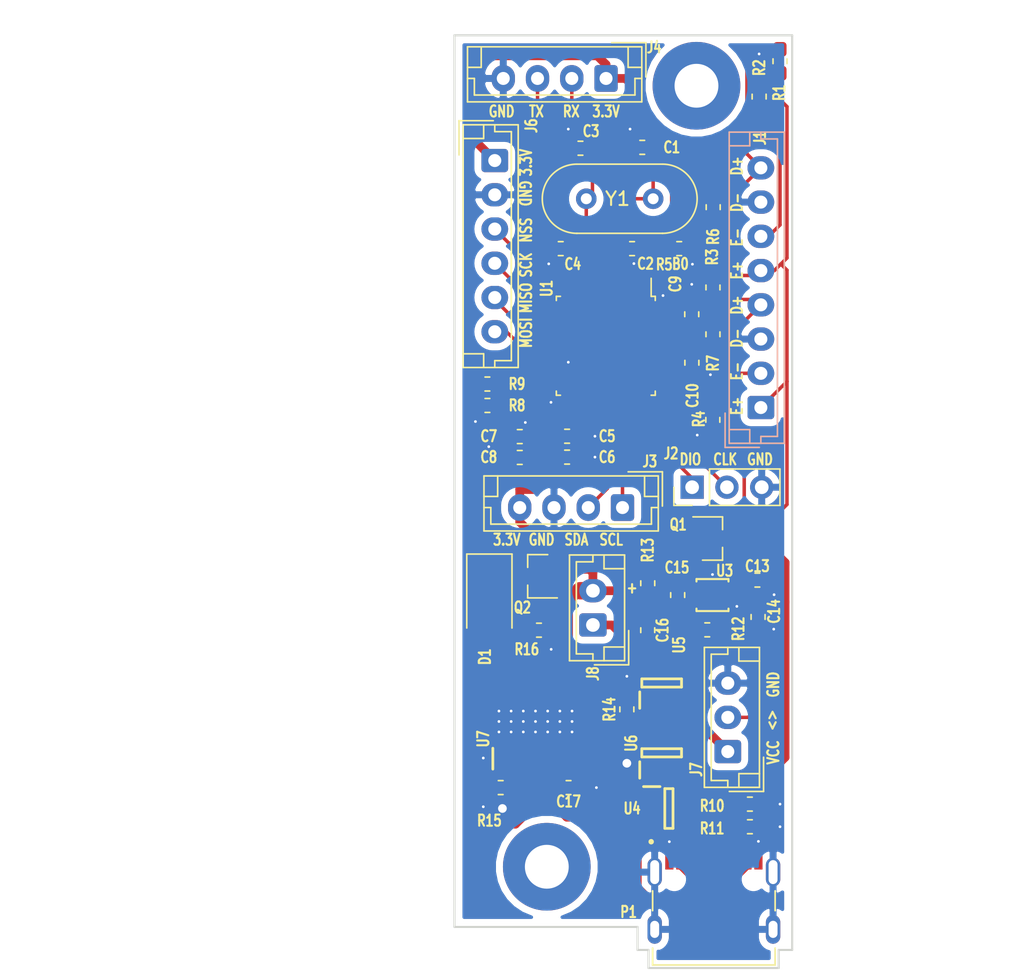
<source format=kicad_pcb>
(kicad_pcb (version 20171130) (host pcbnew "(5.1.6)-1")
  (title_block (title "EncoderBoard Schematic") (rev v1.0) (company "Developed by Paul Max Avalos Aguilar"))
  (layers (0 F.Cu signal) (31 B.Cu signal) (34 B.Paste user) (35 F.Paste user) (36 B.SilkS user) (37 F.SilkS user) (38 B.Mask user) (39 F.Mask user) (44 Edge.Cuts user))
  (net 0 "")
  (net 1 GND)
  (net 2 +3V3)
  (net 3 /SWCLK)
  (net 4 /SWDIO)
  (net 5 "Net-(D1-Pad1)")
  (net 6 /EncEnable)
  (net 7 "Net-(C1-Pad2)")
  (net 8 Batt-)
  (net 9 "Net-(C4-Pad1)")
  (net 10 "Net-(C15-Pad1)")
  (net 11 Batt+)
  (net 12 /I2C2SCL)
  (net 13 /I2C2SDA)
  (net 14 "Net-(R5-Pad1)")
  (net 15 /BLERX)
  (net 16 /BLETX)
  (net 17 VCC)
  (net 18 "Net-(U1-Pad22)")
  (net 19 "Net-(U5-Pad4)")
  (net 20 "Net-(U5-Pad3)")
  (net 21 "Net-(U5-Pad1)")
  (net 22 "Net-(U7-Pad6)")
  (net 23 "Net-(U7-Pad7)")
  (net 24 "Net-(U1-Pad29)")
  (net 25 "Net-(U1-Pad20)")
  (net 26 "/E-(b)")
  (net 27 "/E+(a)")
  (net 28 "/D+(b)")
  (net 29 "/E-(a)")
  (net 30 "/D+(a)")
  (net 31 "Net-(U1-Pad6)")
  (net 32 "Net-(U1-Pad5)")
  (net 33 "Net-(R8-Pad1)")
  (net 34 "Net-(R12-Pad2)")
  (net 35 "Net-(C3-Pad2)")
  (net 36 "Net-(C14-Pad2)")
  (net 37 "Net-(C15-Pad2)")
  (net 38 "Net-(C16-Pad1)")
  (net 39 "Net-(P1-PadA6)")
  (net 40 "Net-(P1-PadB7)")
  (net 41 "Net-(P1-PadA5)")
  (net 42 "Net-(P1-PadB8)")
  (net 43 "Net-(P1-PadA7)")
  (net 44 "Net-(P1-PadB6)")
  (net 45 "Net-(P1-PadA8)")
  (net 46 "Net-(P1-PadB5)")
  (net 47 "Net-(R14-Pad1)")
  (net 48 "Net-(R15-Pad1)")
  (net 49 "Net-(U4-Pad6)")
  (net 50 "Net-(U4-Pad4)")
  (net 51 "Net-(U4-Pad3)")
  (net 52 "Net-(U4-Pad1)")
  (net 53 "Net-(U6-Pad5)")
  (net 54 "Net-(U6-Pad2)")
  (net 55 /Sens_SPINSS)
  (net 56 /Sens_SPISCK)
  (net 57 /Sens_SPIMISO)
  (net 58 /Sens_SPIMOSI)
  (net 59 /LPTIM1_IN2)
  (net 60 /LPTIM1_IN1)
  (module Encoder:JST_EH_B4B-EH-A_1x04_P2.50mm_Vertical (layer F.Cu) (at 129.6035 116.7003 180)
    (fp_text reference J3 (at -1.9939 3.3655) (layer F.SilkS) (effects (font (size 0.8128 0.6096) (thickness 0.1524))))
    (fp_text value Conn_01x04_Male)
    (pad 1 thru_hole roundrect (at 0 0 180) (size 1.7 1.95) (drill 0.95) (layers *.Cu *.Mask) (roundrect_rratio 0.147059) (net 12 /I2C2SCL))
    (pad 2 thru_hole oval (at 2.5 0 180) (size 1.7 1.95) (drill 0.95) (layers *.Cu *.Mask) (net 13 /I2C2SDA))
    (pad 3 thru_hole oval (at 5 0 180) (size 1.7 1.95) (drill 0.95) (layers *.Cu *.Mask) (net 1 GND))
    (pad 4 thru_hole oval (at 7.5 0 180) (size 1.7 1.95) (drill 0.95) (layers *.Cu *.Mask) (net 2 +3V3))
  )
  (module Encoder:R_0603_1608Metric_Pad1.05x0.95mm_HandSolder (layer F.Cu) (at 139.573 86.69528 90)
    (fp_text reference R2 (at 2.1082 0.0127 270) (layer F.SilkS) (effects (font (size 0.8128 0.6096) (thickness 0.1524))))
    (fp_text value 560)
    (pad 1 smd roundrect (at -0.875 0 90) (size 1.05 0.95) (layers F.Cu F.Paste F.Mask) (net 29 "/E-(a)"))
    (pad 2 smd roundrect (at 0.875 0 90) (size 1.05 0.95) (layers F.Cu F.Paste F.Mask) (net 1 GND))
  )
  (module Encoder:R_0603_1608Metric_Pad1.05x0.95mm_HandSolder (layer F.Cu) (at 136.1948 110.29696 270)
    (fp_text reference R4 (at -0.0635 1.016 90) (layer F.SilkS) (effects (font (size 0.8128 0.6096) (thickness 0.1524))))
    (fp_text value 560)
    (pad 2 smd roundrect (at 0.875 0 270) (size 1.05 0.95) (layers F.Cu F.Paste F.Mask) (net 1 GND))
    (pad 1 smd roundrect (at -0.875 0 270) (size 1.05 0.95) (layers F.Cu F.Paste F.Mask) (net 26 "/E-(b)"))
  )
  (module Encoder:Crystal_HC49-U_Vertical (layer F.Cu) (at 126.95936 94.15272)
    (fp_text reference Y1 (at 2.286 0) (layer F.SilkS))
    (fp_text value 8Mhz)
    (pad 1 thru_hole circle (at 0 0) (size 1.5 1.5) (drill 0.8) (layers *.Cu *.Mask) (net 35 "Net-(C3-Pad2)"))
    (pad 2 thru_hole circle (at 4.88 0) (size 1.5 1.5) (drill 0.8) (layers *.Cu *.Mask) (net 7 "Net-(C1-Pad2)"))
  )
  (module Encoder:R_0603_1608Metric_Pad1.05x0.95mm_HandSolder (layer F.Cu) (at 136.20496 104.04856 90)
    (fp_text reference R7 (at -2.11328 0 90) (layer F.SilkS) (effects (font (size 0.8128 0.6096) (thickness 0.1524))))
    (fp_text value R)
    (pad 2 smd roundrect (at 0.875 0 90) (size 1.05 0.95) (layers F.Cu F.Paste F.Mask) (net 28 "/D+(b)"))
    (pad 1 smd roundrect (at -0.875 0 90) (size 1.05 0.95) (layers F.Cu F.Paste F.Mask) (net 60 /LPTIM1_IN1))
  )
  (module Encoder:C_0603_1608Metric_Pad1.05x0.95mm_HandSolder (layer F.Cu) (at 134.66572 106.12628 90)
    (fp_text reference C10 (at -2.39776 0.04572 90) (layer F.SilkS) (effects (font (size 0.8128 0.6096) (thickness 0.1524))))
    (fp_text value C)
    (pad 2 smd roundrect (at 0.875 0 90) (size 1.05 0.95) (layers F.Cu F.Paste F.Mask) (net 60 /LPTIM1_IN1))
    (pad 1 smd roundrect (at -0.875 0 90) (size 1.05 0.95) (layers F.Cu F.Paste F.Mask) (net 1 GND))
  )
  (module Encoder:C_0603_1608Metric_Pad1.05x0.95mm_HandSolder (layer F.Cu) (at 134.65556 102.58552 90)
    (fp_text reference C9 (at 2.2098 -1.19888 90) (layer F.SilkS) (effects (font (size 0.8128 0.6096) (thickness 0.1524))))
    (fp_text value C)
    (pad 1 smd roundrect (at -0.875 0 90) (size 1.05 0.95) (layers F.Cu F.Paste F.Mask) (net 59 /LPTIM1_IN2))
    (pad 2 smd roundrect (at 0.875 0 90) (size 1.05 0.95) (layers F.Cu F.Paste F.Mask) (net 1 GND))
  )
  (module Encoder:HRO_TYPE-C-31-M-12 (layer F.Cu) (at 136.271 147.4978)
    (fp_text reference P1 (at -6.223 -1.27) (layer F.SilkS) (effects (font (size 0.8128 0.6096) (thickness 0.1524))))
    (fp_text value TYPE-C-31-M-12)
    (pad A1B12 smd rect (at -3.25 -5.095) (size 0.6 1.45) (layers F.Cu F.Paste F.Mask) (net 1 GND))
    (pad A4B9 smd rect (at -2.45 -5.095) (size 0.6 1.45) (layers F.Cu F.Paste F.Mask) (net 17 VCC))
    (pad A6 smd rect (at -0.25 -5.095) (size 0.3 1.45) (layers F.Cu F.Paste F.Mask) (net 39 "Net-(P1-PadA6)"))
    (pad B7 smd rect (at -0.75 -5.095) (size 0.3 1.45) (layers F.Cu F.Paste F.Mask) (net 40 "Net-(P1-PadB7)"))
    (pad A5 smd rect (at -1.25 -5.095) (size 0.3 1.45) (layers F.Cu F.Paste F.Mask) (net 41 "Net-(P1-PadA5)"))
    (pad B8 smd rect (at -1.75 -5.095) (size 0.3 1.45) (layers F.Cu F.Paste F.Mask) (net 42 "Net-(P1-PadB8)"))
    (pad A7 smd rect (at 0.25 -5.095) (size 0.3 1.45) (layers F.Cu F.Paste F.Mask) (net 43 "Net-(P1-PadA7)"))
    (pad B6 smd rect (at 0.75 -5.095) (size 0.3 1.45) (layers F.Cu F.Paste F.Mask) (net 44 "Net-(P1-PadB6)"))
    (pad A8 smd rect (at 1.25 -5.095) (size 0.3 1.45) (layers F.Cu F.Paste F.Mask) (net 45 "Net-(P1-PadA8)"))
    (pad B5 smd rect (at 1.75 -5.095) (size 0.3 1.45) (layers F.Cu F.Paste F.Mask) (net 46 "Net-(P1-PadB5)"))
    (pad B4A9 smd rect (at 2.45 -5.095) (size 0.6 1.45) (layers F.Cu F.Paste F.Mask) (net 17 VCC))
    (pad B1A12 smd rect (at 3.25 -5.095) (size 0.6 1.45) (layers F.Cu F.Paste F.Mask) (net 1 GND))
    (pad S1 thru_hole oval (at -4.32 -4.18) (size 1.05 2.1) (drill oval 0.65 1.75) (layers *.Cu *.Mask) (net 1 GND))
    (pad S2 thru_hole oval (at 4.32 -4.18) (size 1.05 2.1) (drill oval 0.65 1.75) (layers *.Cu *.Mask) (net 1 GND))
    (pad S3 thru_hole oval (at -4.32 0) (size 1.05 2.1) (drill oval 0.65 1.25) (layers *.Cu *.Mask) (net 1 GND))
    (pad S4 thru_hole oval (at 4.32 0) (size 1.05 2.1) (drill oval 0.65 1.25) (layers *.Cu *.Mask) (net 1 GND))
    (pad None np_thru_hole circle (at -2.89 -3.65) (size 0.7 0.7) (drill 0.7) (layers *.Cu *.Mask))
    (pad None np_thru_hole circle (at 2.89 -3.65) (size 0.7 0.7) (drill 0.7) (layers *.Cu *.Mask))
  )
  (module Encoder:JST_EH_B4B-EH-A_1x04_P2.50mm_Vertical (layer F.Cu) (at 128.40208 85.3694 180)
    (fp_text reference J4 (at -3.51536 2.26568) (layer F.SilkS) (effects (font (size 0.8128 0.6096) (thickness 0.1524))))
    (fp_text value Conn_01x04_Male)
    (pad 1 thru_hole roundrect (at 0 0 180) (size 1.7 1.95) (drill 0.95) (layers *.Cu *.Mask) (roundrect_rratio 0.147059) (net 2 +3V3))
    (pad 2 thru_hole oval (at 2.5 0 180) (size 1.7 1.95) (drill 0.95) (layers *.Cu *.Mask) (net 15 /BLERX))
    (pad 3 thru_hole oval (at 5 0 180) (size 1.7 1.95) (drill 0.95) (layers *.Cu *.Mask) (net 16 /BLETX))
    (pad 4 thru_hole oval (at 7.5 0 180) (size 1.7 1.95) (drill 0.95) (layers *.Cu *.Mask) (net 1 GND))
  )
  (module Encoder:JST_EH_B6B-EH-A_1x06_P2.50mm_Vertical (layer F.Cu) (at 120.2817 91.3638 270)
    (fp_text reference J6 (at -2.54 -2.667 90) (layer F.SilkS) (effects (font (size 0.8128 0.6096) (thickness 0.1524))))
    (fp_text value Conn_01x06_Male)
    (pad 1 thru_hole roundrect (at 0 0 270) (size 1.7 1.95) (drill 0.95) (layers *.Cu *.Mask) (roundrect_rratio 0.147059) (net 2 +3V3))
    (pad 2 thru_hole oval (at 2.5 0 270) (size 1.7 1.95) (drill 0.95) (layers *.Cu *.Mask) (net 1 GND))
    (pad 3 thru_hole oval (at 5 0 270) (size 1.7 1.95) (drill 0.95) (layers *.Cu *.Mask) (net 55 /Sens_SPINSS))
    (pad 4 thru_hole oval (at 7.5 0 270) (size 1.7 1.95) (drill 0.95) (layers *.Cu *.Mask) (net 56 /Sens_SPISCK))
    (pad 5 thru_hole oval (at 10 0 270) (size 1.7 1.95) (drill 0.95) (layers *.Cu *.Mask) (net 57 /Sens_SPIMISO))
    (pad 6 thru_hole oval (at 12.5 0 270) (size 1.7 1.95) (drill 0.95) (layers *.Cu *.Mask) (net 58 /Sens_SPIMOSI))
  )
  (module Encoder:JST_EH_B2B-EH-A_1x02_P2.50mm_Vertical (layer F.Cu) (at 127.4445 125.2728 90)
    (fp_text reference J8 (at -3.556 0 90) (layer F.SilkS) (effects (font (size 0.8128 0.6096) (thickness 0.1524))))
    (fp_text value Conn_01x02_Male)
    (pad 2 thru_hole oval (at 2.5 0 90) (size 1.7 2) (drill 1) (layers *.Cu *.Mask) (net 11 Batt+))
    (pad 1 thru_hole roundrect (at 0 0 90) (size 1.7 2) (drill 1) (layers *.Cu *.Mask) (roundrect_rratio 0.147059) (net 8 Batt-))
  )
  (module Encoder:R_0603_1608Metric_Pad1.05x0.95mm_HandSolder (layer F.Cu) (at 138.9 138.3538)
    (fp_text reference R10 (at -2.756 0.127) (layer F.SilkS) (effects (font (size 0.8128 0.6096) (thickness 0.1524))))
    (fp_text value 5.1k)
    (pad 2 smd roundrect (at 0.875 0) (size 1.05 0.95) (layers F.Cu F.Paste F.Mask) (net 1 GND))
    (pad 1 smd roundrect (at -0.875 0) (size 1.05 0.95) (layers F.Cu F.Paste F.Mask) (net 41 "Net-(P1-PadA5)"))
  )
  (module Encoder:R_0603_1608Metric_Pad1.05x0.95mm_HandSolder (layer F.Cu) (at 138.9 140.0048)
    (fp_text reference R11 (at -2.756 0.127) (layer F.SilkS) (effects (font (size 0.8128 0.6096) (thickness 0.1524))))
    (fp_text value 5.1K)
    (pad 2 smd roundrect (at 0.875 0) (size 1.05 0.95) (layers F.Cu F.Paste F.Mask) (net 1 GND))
    (pad 1 smd roundrect (at -0.875 0) (size 1.05 0.95) (layers F.Cu F.Paste F.Mask) (net 46 "Net-(P1-PadB5)"))
  )
  (module Encoder:SOT-23 (layer F.Cu) (at 136.144 118.9609)
    (fp_text reference Q1 (at -2.4765 -1.016 180) (layer F.SilkS) (effects (font (size 0.8128 0.6096) (thickness 0.1524))))
    (fp_text value Q_PMOS_GSD)
    (pad 3 smd rect (at 1 0) (size 0.9 0.8) (layers F.Cu F.Paste F.Mask) (net 27 "/E+(a)"))
    (pad 2 smd rect (at -1 0.95) (size 0.9 0.8) (layers F.Cu F.Paste F.Mask) (net 2 +3V3))
    (pad 1 smd rect (at -1 -0.95) (size 0.9 0.8) (layers F.Cu F.Paste F.Mask) (net 6 /EncEnable))
  )
  (module Encoder:C_0603_1608Metric_Pad1.05x0.95mm_HandSolder (layer F.Cu) (at 122.10542 111.5187 180)
    (fp_text reference C7 (at 2.2606 0.0254) (layer F.SilkS) (effects (font (size 0.8128 0.6096) (thickness 0.1524))))
    (fp_text value 10nF)
    (pad 2 smd roundrect (at 0.875 0 180) (size 1.05 0.95) (layers F.Cu F.Paste F.Mask) (net 1 GND))
    (pad 1 smd roundrect (at -0.875 0 180) (size 1.05 0.95) (layers F.Cu F.Paste F.Mask) (net 2 +3V3))
  )
  (module Encoder:R_0603_1608Metric_Pad1.05x0.95mm_HandSolder (layer F.Cu) (at 119.74576 109.2454 180)
    (fp_text reference R8 (at -2.159 0) (layer F.SilkS) (effects (font (size 0.8128 0.6096) (thickness 0.1524))))
    (fp_text value 10K)
    (pad 1 smd roundrect (at -0.875 0 180) (size 1.05 0.95) (layers F.Cu F.Paste F.Mask) (net 33 "Net-(R8-Pad1)"))
    (pad 2 smd roundrect (at 0.875 0 180) (size 1.05 0.95) (layers F.Cu F.Paste F.Mask) (net 1 GND))
  )
  (module Encoder:R_0603_1608Metric_Pad1.05x0.95mm_HandSolder (layer F.Cu) (at 119.74322 107.68076)
    (fp_text reference R9 (at 2.159 0) (layer F.SilkS) (effects (font (size 0.8128 0.6096) (thickness 0.1524))))
    (fp_text value 10K)
    (pad 2 smd roundrect (at 0.875 0) (size 1.05 0.95) (layers F.Cu F.Paste F.Mask) (net 33 "Net-(R8-Pad1)"))
    (pad 1 smd roundrect (at -0.875 0) (size 1.05 0.95) (layers F.Cu F.Paste F.Mask) (net 11 Batt+))
  )
  (module "Encoder:Sot-23(6)" (layer F.Cu) (at 132.461 134.6073 90)
    (fp_text reference U6 (at 0.6985 -2.2225 90) (layer F.SilkS) (effects (font (size 0.8128 0.6096) (thickness 0.1524))))
    (fp_text value DMosfet hide)
    (pad 6 smd rect (at 1.25 -0.95 180) (size 0.6 1.2) (layers F.Cu F.Paste F.Mask) (net 20 "Net-(U5-Pad3)"))
    (pad 5 smd rect (at 1.25 0 180) (size 0.6 1.2) (layers F.Cu F.Paste F.Mask) (net 53 "Net-(U6-Pad5)"))
    (pad 4 smd rect (at 1.25 0.95 180) (size 0.6 1.2) (layers F.Cu F.Paste F.Mask) (net 21 "Net-(U5-Pad1)"))
    (pad 3 smd rect (at -1.25 0.95 180) (size 0.6 1.2) (layers F.Cu F.Paste F.Mask) (net 8 Batt-))
    (pad 2 smd rect (at -1.25 0 180) (size 0.6 1.2) (layers F.Cu F.Paste F.Mask) (net 54 "Net-(U6-Pad2)"))
    (pad 1 smd rect (at -1.25 -0.95 180) (size 0.6 1.2) (layers F.Cu F.Paste F.Mask) (net 1 GND))
  )
  (module "Encoder:Sot-23(6)" (layer F.Cu) (at 132.989 138.6738)
    (fp_text reference U4 (at -2.687 -0.0025) (layer F.SilkS) (effects (font (size 0.8128 0.6096) (thickness 0.1524))))
    (fp_text value 82402305 hide)
    (pad 6 smd rect (at 1.25 -0.95 90) (size 0.6 1.2) (layers F.Cu F.Paste F.Mask) (net 49 "Net-(U4-Pad6)"))
    (pad 5 smd rect (at 1.25 0 90) (size 0.6 1.2) (layers F.Cu F.Paste F.Mask) (net 17 VCC))
    (pad 4 smd rect (at 1.25 0.95 90) (size 0.6 1.2) (layers F.Cu F.Paste F.Mask) (net 50 "Net-(U4-Pad4)"))
    (pad 3 smd rect (at -1.25 0.95 90) (size 0.6 1.2) (layers F.Cu F.Paste F.Mask) (net 51 "Net-(U4-Pad3)"))
    (pad 2 smd rect (at -1.25 0 90) (size 0.6 1.2) (layers F.Cu F.Paste F.Mask) (net 1 GND))
    (pad 1 smd rect (at -1.25 -0.95 90) (size 0.6 1.2) (layers F.Cu F.Paste F.Mask) (net 52 "Net-(U4-Pad1)"))
  )
  (module Encoder:R_0603_1608Metric_Pad1.05x0.95mm_HandSolder (layer F.Cu) (at 123.5075 125.6538)
    (fp_text reference R16 (at -0.889 1.397) (layer F.SilkS) (effects (font (size 0.8128 0.6096) (thickness 0.1524))))
    (fp_text value 10K)
    (pad 2 smd roundrect (at 0.875 0) (size 1.05 0.95) (layers F.Cu F.Paste F.Mask) (net 1 GND))
    (pad 1 smd roundrect (at -0.875 0) (size 1.05 0.95) (layers F.Cu F.Paste F.Mask) (net 17 VCC))
  )
  (module Encoder:R_0603_1608Metric_Pad1.05x0.95mm_HandSolder (layer F.Cu) (at 131.445 122.2248 270)
    (fp_text reference R13 (at -2.413 0 90) (layer F.SilkS) (effects (font (size 0.8128 0.6096) (thickness 0.1524))))
    (fp_text value 100)
    (pad 2 smd roundrect (at 0.875 0 270) (size 1.05 0.95) (layers F.Cu F.Paste F.Mask) (net 38 "Net-(C16-Pad1)"))
    (pad 1 smd roundrect (at -0.875 0 270) (size 1.05 0.95) (layers F.Cu F.Paste F.Mask) (net 11 Batt+))
  )
  (module Encoder:R_0603_1608Metric_Pad1.05x0.95mm_HandSolder (layer F.Cu) (at 129.921 131.4323 90)
    (fp_text reference R14 (at 0 -1.27 90) (layer F.SilkS) (effects (font (size 0.8128 0.6096) (thickness 0.1524))))
    (fp_text value 1K)
    (pad 2 smd roundrect (at 0.875 0 90) (size 1.05 0.95) (layers F.Cu F.Paste F.Mask) (net 1 GND))
    (pad 1 smd roundrect (at -0.875 0 90) (size 1.05 0.95) (layers F.Cu F.Paste F.Mask) (net 47 "Net-(R14-Pad1)"))
  )
  (module Encoder:R_0603_1608Metric_Pad1.05x0.95mm_HandSolder (layer F.Cu) (at 120.7135 137.1473 180)
    (fp_text reference R15 (at 0.8255 -2.413) (layer F.SilkS) (effects (font (size 0.8128 0.6096) (thickness 0.1524))))
    (fp_text value 1.5K)
    (pad 1 smd roundrect (at -0.875 0 180) (size 1.05 0.95) (layers F.Cu F.Paste F.Mask) (net 48 "Net-(R15-Pad1)"))
    (pad 2 smd roundrect (at 0.875 0 180) (size 1.05 0.95) (layers F.Cu F.Paste F.Mask) (net 1 GND))
  )
  (module Encoder:SOT-23 (layer F.Cu) (at 123.444 121.7168 180)
    (fp_text reference Q2 (at 1.143 -2.286) (layer F.SilkS) (effects (font (size 0.8128 0.6096) (thickness 0.1524))))
    (fp_text value Q_PMOS_GSD)
    (pad 3 smd rect (at 1 0 180) (size 0.9 0.8) (layers F.Cu F.Paste F.Mask) (net 11 Batt+))
    (pad 2 smd rect (at -1 0.95 180) (size 0.9 0.8) (layers F.Cu F.Paste F.Mask) (net 5 "Net-(D1-Pad1)"))
    (pad 1 smd rect (at -1 -0.95 180) (size 0.9 0.8) (layers F.Cu F.Paste F.Mask) (net 17 VCC))
  )
  (module "Encoder:Sot-23(6)" (layer F.Cu) (at 132.461 129.5073 90)
    (fp_text reference U5 (at 2.774 1.27 90) (layer F.SilkS) (effects (font (size 0.8128 0.6096) (thickness 0.1524))))
    (fp_text value DW01+G hide)
    (pad 6 smd rect (at 1.25 -0.95 180) (size 0.6 1.2) (layers F.Cu F.Paste F.Mask) (net 8 Batt-))
    (pad 5 smd rect (at 1.25 0 180) (size 0.6 1.2) (layers F.Cu F.Paste F.Mask) (net 38 "Net-(C16-Pad1)"))
    (pad 4 smd rect (at 1.25 0.95 180) (size 0.6 1.2) (layers F.Cu F.Paste F.Mask) (net 19 "Net-(U5-Pad4)"))
    (pad 3 smd rect (at -1.25 0.95 180) (size 0.6 1.2) (layers F.Cu F.Paste F.Mask) (net 20 "Net-(U5-Pad3)"))
    (pad 2 smd rect (at -1.25 0 180) (size 0.6 1.2) (layers F.Cu F.Paste F.Mask) (net 47 "Net-(R14-Pad1)"))
    (pad 1 smd rect (at -1.25 -0.95 180) (size 0.6 1.2) (layers F.Cu F.Paste F.Mask) (net 21 "Net-(U5-Pad1)"))
  )
  (module "Encoder:Sop(8)" (layer F.Cu) (at 122.7455 132.3213 90)
    (fp_text reference U7 (at -1.27 -3.302 90) (layer F.SilkS) (effects (font (size 0.8128 0.6096) (thickness 0.1524))))
    (fp_text value TP4056 hide)
    (pad 1 smd rect (at -2.712 -1.905 180) (size 0.7 1.525) (layers F.Cu F.Paste F.Mask) (net 1 GND))
    (pad 2 smd rect (at -2.712 -0.635 180) (size 0.7 1.525) (layers F.Cu F.Paste F.Mask) (net 48 "Net-(R15-Pad1)"))
    (pad 3 smd rect (at -2.712 0.635 180) (size 0.7 1.525) (layers F.Cu F.Paste F.Mask) (net 1 GND))
    (pad 4 smd rect (at -2.712 1.905 180) (size 0.7 1.525) (layers F.Cu F.Paste F.Mask) (net 17 VCC))
    (pad 5 smd rect (at 2.712 1.905 180) (size 0.7 1.525) (layers F.Cu F.Paste F.Mask) (net 11 Batt+))
    (pad 6 smd rect (at 2.712 0.635 180) (size 0.7 1.525) (layers F.Cu F.Paste F.Mask) (net 22 "Net-(U7-Pad6)"))
    (pad 7 smd rect (at 2.712 -0.635 180) (size 0.7 1.525) (layers F.Cu F.Paste F.Mask) (net 23 "Net-(U7-Pad7)"))
    (pad 8 smd rect (at 2.712 -1.905 180) (size 0.7 1.525) (layers F.Cu F.Paste F.Mask) (net 17 VCC))
    (pad 9 smd rect (at 0 0 90) (size 2.513 3.402) (layers F.Cu F.Paste F.Mask) (net 1 GND))
  )
  (module Encoder:C_0603_1608Metric_Pad1.05x0.95mm_HandSolder (layer F.Cu) (at 131.445 125.6538 270)
    (fp_text reference C16 (at 0 -1.0795 90) (layer F.SilkS) (effects (font (size 0.8128 0.6096) (thickness 0.1524))))
    (fp_text value 100nF)
    (pad 2 smd roundrect (at 0.875 0 270) (size 1.05 0.95) (layers F.Cu F.Paste F.Mask) (net 8 Batt-))
    (pad 1 smd roundrect (at -0.875 0 270) (size 1.05 0.95) (layers F.Cu F.Paste F.Mask) (net 38 "Net-(C16-Pad1)"))
  )
  (module Encoder:DFN-6_DC (layer F.Cu) (at 136.1694 123.0884 180)
    (fp_text reference U3 (at -0.889 1.778) (layer F.SilkS) (effects (font (size 0.8128 0.6096) (thickness 0.1524))))
    (fp_text value LTC3240)
    (pad 7 smd rect (at 0 0 180) (size 0.61 1.42) (layers F.Cu F.Paste F.Mask) (net 1 GND))
    (pad 6 smd rect (at 0.9524 -0.5 180) (size 0.8048 0.3) (layers F.Cu F.Paste F.Mask) (net 34 "Net-(R12-Pad2)"))
    (pad 5 smd rect (at 0.9524 0 180) (size 0.8048 0.3) (layers F.Cu F.Paste F.Mask) (net 10 "Net-(C15-Pad1)"))
    (pad 4 smd rect (at 0.9524 0.5 180) (size 0.8048 0.3) (layers F.Cu F.Paste F.Mask) (net 37 "Net-(C15-Pad2)"))
    (pad 3 smd rect (at -0.9524 0.5 180) (size 0.8048 0.3) (layers F.Cu F.Paste F.Mask) (net 2 +3V3))
    (pad 2 smd rect (at -0.9524 0 180) (size 0.8048 0.3) (layers F.Cu F.Paste F.Mask) (net 36 "Net-(C14-Pad2)"))
    (pad 1 smd rect (at -0.9524 -0.5 180) (size 0.8048 0.3) (layers F.Cu F.Paste F.Mask) (net 1 GND))
  )
  (module Encoder:R_0603_1608Metric_Pad1.05x0.95mm_HandSolder (layer F.Cu) (at 135.7884 125.6284 180)
    (fp_text reference R12 (at -2.27584 0.0762 90) (layer F.SilkS) (effects (font (size 0.8128 0.6096) (thickness 0.1524))))
    (fp_text value 10K)
    (pad 2 smd roundrect (at 0.875 0 180) (size 1.05 0.95) (layers F.Cu F.Paste F.Mask) (net 34 "Net-(R12-Pad2)"))
    (pad 1 smd roundrect (at -0.875 0 180) (size 1.05 0.95) (layers F.Cu F.Paste F.Mask) (net 36 "Net-(C14-Pad2)"))
  )
  (module Encoder:C_0603_1608Metric_Pad1.05x0.95mm_HandSolder (layer F.Cu) (at 139.4968 124.6886 90)
    (fp_text reference C14 (at 0.4064 1.1684 90) (layer F.SilkS) (effects (font (size 0.8128 0.6096) (thickness 0.1524))))
    (fp_text value 1uF)
    (pad 2 smd roundrect (at 0.875 0 90) (size 1.05 0.95) (layers F.Cu F.Paste F.Mask) (net 36 "Net-(C14-Pad2)"))
    (pad 1 smd roundrect (at -0.875 0 90) (size 1.05 0.95) (layers F.Cu F.Paste F.Mask) (net 1 GND))
  )
  (module Encoder:C_0603_1608Metric_Pad1.05x0.95mm_HandSolder (layer F.Cu) (at 133.6294 123.0884 90)
    (fp_text reference C15 (at 2.0066 -0.0508 180) (layer F.SilkS) (effects (font (size 0.8128 0.6096) (thickness 0.1524))))
    (fp_text value 1uF)
    (pad 2 smd roundrect (at 0.875 0 90) (size 1.05 0.95) (layers F.Cu F.Paste F.Mask) (net 37 "Net-(C15-Pad2)"))
    (pad 1 smd roundrect (at -0.875 0 90) (size 1.05 0.95) (layers F.Cu F.Paste F.Mask) (net 10 "Net-(C15-Pad1)"))
  )
  (module Encoder:C_0603_1608Metric_Pad1.05x0.95mm_HandSolder (layer F.Cu) (at 139.446 121.9962)
    (fp_text reference C13 (at 0 -1.016) (layer F.SilkS) (effects (font (size 0.8128 0.6096) (thickness 0.1524))))
    (fp_text value 4.7uF)
    (pad 2 smd roundrect (at 0.875 0) (size 1.05 0.95) (layers F.Cu F.Paste F.Mask) (net 1 GND))
    (pad 1 smd roundrect (at -0.875 0) (size 1.05 0.95) (layers F.Cu F.Paste F.Mask) (net 2 +3V3))
  )
  (module Encoder:C_0603_1608Metric_Pad1.05x0.95mm_HandSolder (layer F.Cu) (at 125.55982 113.0173)
    (fp_text reference C6 (at 2.921 0) (layer F.SilkS) (effects (font (size 0.8128 0.6096) (thickness 0.1524))))
    (fp_text value 4.7uF)
    (pad 2 smd roundrect (at 0.875 0) (size 1.05 0.95) (layers F.Cu F.Paste F.Mask) (net 1 GND))
    (pad 1 smd roundrect (at -0.875 0) (size 1.05 0.95) (layers F.Cu F.Paste F.Mask) (net 2 +3V3))
  )
  (module Encoder:C_0603_1608Metric_Pad1.05x0.95mm_HandSolder (layer F.Cu) (at 131.04368 90.40114)
    (fp_text reference C1 (at 2.159 0) (layer F.SilkS) (effects (font (size 0.8128 0.6096) (thickness 0.1524))))
    (fp_text value 12pF)
    (pad 2 smd roundrect (at 0.875 0) (size 1.05 0.95) (layers F.Cu F.Paste F.Mask) (net 7 "Net-(C1-Pad2)"))
    (pad 1 smd roundrect (at -0.875 0) (size 1.05 0.95) (layers F.Cu F.Paste F.Mask) (net 1 GND))
  )
  (module Encoder:R_0603_1608Metric_Pad1.05x0.95mm_HandSolder (layer F.Cu) (at 133.74116 97.79508)
    (fp_text reference R5 (at -1.0922 1.15824) (layer F.SilkS) (effects (font (size 0.8128 0.6096) (thickness 0.1524))))
    (fp_text value 10K)
    (pad 2 smd roundrect (at 0.875 0) (size 1.05 0.95) (layers F.Cu F.Paste F.Mask) (net 1 GND))
    (pad 1 smd roundrect (at -0.875 0) (size 1.05 0.95) (layers F.Cu F.Paste F.Mask) (net 14 "Net-(R5-Pad1)"))
  )
  (module Encoder:C_0603_1608Metric_Pad1.05x0.95mm_HandSolder (layer F.Cu) (at 125.55982 111.4933)
    (fp_text reference C5 (at 2.921 0) (layer F.SilkS) (effects (font (size 0.8128 0.6096) (thickness 0.1524))))
    (fp_text value 100nF)
    (pad 2 smd roundrect (at 0.875 0) (size 1.05 0.95) (layers F.Cu F.Paste F.Mask) (net 1 GND))
    (pad 1 smd roundrect (at -0.875 0) (size 1.05 0.95) (layers F.Cu F.Paste F.Mask) (net 2 +3V3))
  )
  (module Encoder:C_0603_1608Metric_Pad1.05x0.95mm_HandSolder (layer F.Cu) (at 122.10542 113.0427 180)
    (fp_text reference C8 (at 2.2606 0.0254) (layer F.SilkS) (effects (font (size 0.8128 0.6096) (thickness 0.1524))))
    (fp_text value 1uF)
    (pad 2 smd roundrect (at 0.875 0 180) (size 1.05 0.95) (layers F.Cu F.Paste F.Mask) (net 1 GND))
    (pad 1 smd roundrect (at -0.875 0 180) (size 1.05 0.95) (layers F.Cu F.Paste F.Mask) (net 2 +3V3))
  )
  (module Encoder:C_0603_1608Metric_Pad1.05x0.95mm_HandSolder (layer F.Cu) (at 126.53518 90.46464)
    (fp_text reference C3 (at 0.7747 -1.2446) (layer F.SilkS) (effects (font (size 0.8128 0.6096) (thickness 0.1524))))
    (fp_text value 12pF)
    (pad 2 smd roundrect (at 0.875 0) (size 1.05 0.95) (layers F.Cu F.Paste F.Mask) (net 35 "Net-(C3-Pad2)"))
    (pad 1 smd roundrect (at -0.875 0) (size 1.05 0.95) (layers F.Cu F.Paste F.Mask) (net 1 GND))
  )
  (module Encoder:C_0603_1608Metric_Pad1.05x0.95mm_HandSolder (layer F.Cu) (at 130.302 97.79508 180)
    (fp_text reference C2 (at -0.98044 -1.10236) (layer F.SilkS) (effects (font (size 0.8128 0.6096) (thickness 0.1524))))
    (fp_text value 100nF)
    (pad 2 smd roundrect (at 0.875 0 180) (size 1.05 0.95) (layers F.Cu F.Paste F.Mask) (net 1 GND))
    (pad 1 smd roundrect (at -0.875 0 180) (size 1.05 0.95) (layers F.Cu F.Paste F.Mask) (net 2 +3V3))
  )
  (module Encoder:C_0603_1608Metric_Pad1.05x0.95mm_HandSolder (layer F.Cu) (at 125.095 97.79508 180)
    (fp_text reference C4 (at -0.88392 -1.13284) (layer F.SilkS) (effects (font (size 0.8128 0.6096) (thickness 0.1524))))
    (fp_text value 100nF)
    (pad 2 smd roundrect (at 0.875 0 180) (size 1.05 0.95) (layers F.Cu F.Paste F.Mask) (net 1 GND))
    (pad 1 smd roundrect (at -0.875 0 180) (size 1.05 0.95) (layers F.Cu F.Paste F.Mask) (net 9 "Net-(C4-Pad1)"))
  )
  (module Encoder:PinHeader_1x03_P2.54mm_Vertical (layer F.Cu) (at 134.6835 115.2144 90)
    (fp_text reference J2 (at 2.4638 -1.5367 180) (layer F.SilkS) (effects (font (size 0.8128 0.6096) (thickness 0.1524))))
    (fp_text value Conn_01x03_Male)
    (pad 3 thru_hole oval (at 0 5.08 90) (size 1.7 1.7) (drill 1) (layers *.Cu *.Mask) (net 1 GND))
    (pad 2 thru_hole oval (at 0 2.54 90) (size 1.7 1.7) (drill 1) (layers *.Cu *.Mask) (net 3 /SWCLK))
    (pad 1 thru_hole rect (at 0 0 90) (size 1.7 1.7) (drill 1) (layers *.Cu *.Mask) (net 4 /SWDIO))
  )
  (module Encoder:C_0603_1608Metric_Pad1.05x0.95mm_HandSolder (layer F.Cu) (at 125.6665 137.1473)
    (fp_text reference C17 (at 0 1.016) (layer F.SilkS) (effects (font (size 0.8128 0.6096) (thickness 0.1524))))
    (fp_text value 10uF)
    (pad 1 smd roundrect (at -0.875 0) (size 1.05 0.95) (layers F.Cu F.Paste F.Mask) (net 17 VCC))
    (pad 2 smd roundrect (at 0.875 0) (size 1.05 0.95) (layers F.Cu F.Paste F.Mask) (net 1 GND))
  )
  (module Encoder:MountingHole_3.2mm_M3_Pad (layer F.Cu) (at 124.079 142.9258)
    (fp_text reference REF**)
    (fp_text value MountingHole_3.2mm_M3_Pad)
    (pad 1 thru_hole circle (at 0 0) (size 6.4 6.4) (drill 3.2) (layers *.Cu *.Mask))
  )
  (module Connector_JST:JST_EH_B3B-EH-A_1x03_P2.50mm_Vertical (layer F.Cu) (at 137.287 134.5184 90)
    (fp_text reference J7 (at -1.31064 -2.30124 90) (layer F.SilkS) (effects (font (size 0.8128 0.6096) (thickness 0.1524))))
    (fp_text value Conn_01x03_Male)
    (pad 3 thru_hole oval (at 5 0 90) (size 1.7 1.95) (drill 0.95) (layers *.Cu *.Mask) (net 1 GND))
    (pad 2 thru_hole oval (at 2.5 0 90) (size 1.7 1.95) (drill 0.95) (layers *.Cu *.Mask) (net 36 "Net-(C14-Pad2)"))
    (pad 1 thru_hole roundrect (at 0 0 90) (size 1.7 1.95) (drill 0.95) (layers *.Cu *.Mask) (roundrect_rratio 0.147059) (net 5 "Net-(D1-Pad1)"))
  )
  (module Encoder:D_SMA (layer F.Cu) (at 119.888 123.4948 270)
    (fp_text reference D1 (at 4.09956 0.32512 90) (layer F.SilkS) (effects (font (size 0.8128 0.6096) (thickness 0.1524))))
    (fp_text value D)
    (pad 2 smd rect (at 2 0 270) (size 2.5 1.8) (layers F.Cu F.Paste F.Mask) (net 17 VCC))
    (pad 1 smd rect (at -2 0 270) (size 2.5 1.8) (layers F.Cu F.Paste F.Mask) (net 5 "Net-(D1-Pad1)"))
  )
  (module Package_QFP:LQFP-32_7x7mm_P0.8mm (layer F.Cu) (at 128.3843 104.8893 270)
    (fp_text reference U1 (at -4.191 4.318 90) (layer F.SilkS) (effects (font (size 0.8128 0.6096) (thickness 0.1524))))
    (fp_text value STM32G431KBT6)
    (pad 32 smd roundrect (at -2.8 -4.175 270) (size 0.5 1.5) (layers F.Cu F.Paste F.Mask) (net 1 GND))
    (pad 31 smd roundrect (at -2 -4.175 270) (size 0.5 1.5) (layers F.Cu F.Paste F.Mask) (net 14 "Net-(R5-Pad1)"))
    (pad 30 smd roundrect (at -1.2 -4.175 270) (size 0.5 1.5) (layers F.Cu F.Paste F.Mask) (net 59 /LPTIM1_IN2))
    (pad 29 smd roundrect (at -0.4 -4.175 270) (size 0.5 1.5) (layers F.Cu F.Paste F.Mask) (net 24 "Net-(U1-Pad29)"))
    (pad 28 smd roundrect (at 0.4 -4.175 270) (size 0.5 1.5) (layers F.Cu F.Paste F.Mask) (net 60 /LPTIM1_IN1))
    (pad 27 smd roundrect (at 1.2 -4.175 270) (size 0.5 1.5) (layers F.Cu F.Paste F.Mask) (net 6 /EncEnable))
    (pad 26 smd roundrect (at 2 -4.175 270) (size 0.5 1.5) (layers F.Cu F.Paste F.Mask) (net 60 /LPTIM1_IN1))
    (pad 25 smd roundrect (at 2.8 -4.175 270) (size 0.5 1.5) (layers F.Cu F.Paste F.Mask) (net 59 /LPTIM1_IN2))
    (pad 24 smd roundrect (at 4.175 -2.8 270) (size 1.5 0.5) (layers F.Cu F.Paste F.Mask) (net 3 /SWCLK))
    (pad 23 smd roundrect (at 4.175 -2 270) (size 1.5 0.5) (layers F.Cu F.Paste F.Mask) (net 4 /SWDIO))
    (pad 22 smd roundrect (at 4.175 -1.2 270) (size 1.5 0.5) (layers F.Cu F.Paste F.Mask) (net 18 "Net-(U1-Pad22)"))
    (pad 21 smd roundrect (at 4.175 -0.4 270) (size 1.5 0.5) (layers F.Cu F.Paste F.Mask) (net 17 VCC))
    (pad 20 smd roundrect (at 4.175 0.4 270) (size 1.5 0.5) (layers F.Cu F.Paste F.Mask) (net 25 "Net-(U1-Pad20)"))
    (pad 19 smd roundrect (at 4.175 1.2 270) (size 1.5 0.5) (layers F.Cu F.Paste F.Mask) (net 12 /I2C2SCL))
    (pad 18 smd roundrect (at 4.175 2 270) (size 1.5 0.5) (layers F.Cu F.Paste F.Mask) (net 13 /I2C2SDA))
    (pad 17 smd roundrect (at 4.175 2.8 270) (size 1.5 0.5) (layers F.Cu F.Paste F.Mask) (net 2 +3V3))
    (pad 16 smd roundrect (at 2.8 4.175 270) (size 0.5 1.5) (layers F.Cu F.Paste F.Mask) (net 1 GND))
    (pad 15 smd roundrect (at 2 4.175 270) (size 0.5 1.5) (layers F.Cu F.Paste F.Mask) (net 2 +3V3))
    (pad 14 smd roundrect (at 1.2 4.175 270) (size 0.5 1.5) (layers F.Cu F.Paste F.Mask) (net 1 GND))
    (pad 13 smd roundrect (at 0.4 4.175 270) (size 0.5 1.5) (layers F.Cu F.Paste F.Mask) (net 33 "Net-(R8-Pad1)"))
    (pad 12 smd roundrect (at -0.4 4.175 270) (size 0.5 1.5) (layers F.Cu F.Paste F.Mask) (net 58 /Sens_SPIMOSI))
    (pad 11 smd roundrect (at -1.2 4.175 270) (size 0.5 1.5) (layers F.Cu F.Paste F.Mask) (net 57 /Sens_SPIMISO))
    (pad 10 smd roundrect (at -2 4.175 270) (size 0.5 1.5) (layers F.Cu F.Paste F.Mask) (net 56 /Sens_SPISCK))
    (pad 9 smd roundrect (at -2.8 4.175 270) (size 0.5 1.5) (layers F.Cu F.Paste F.Mask) (net 55 /Sens_SPINSS))
    (pad 8 smd roundrect (at -4.175 2.8 270) (size 1.5 0.5) (layers F.Cu F.Paste F.Mask) (net 16 /BLETX))
    (pad 7 smd roundrect (at -4.175 2 270) (size 1.5 0.5) (layers F.Cu F.Paste F.Mask) (net 15 /BLERX))
    (pad 6 smd roundrect (at -4.175 1.2 270) (size 1.5 0.5) (layers F.Cu F.Paste F.Mask) (net 31 "Net-(U1-Pad6)"))
    (pad 5 smd roundrect (at -4.175 0.4 270) (size 1.5 0.5) (layers F.Cu F.Paste F.Mask) (net 32 "Net-(U1-Pad5)"))
    (pad 4 smd roundrect (at -4.175 -0.4 270) (size 1.5 0.5) (layers F.Cu F.Paste F.Mask) (net 9 "Net-(C4-Pad1)"))
    (pad 3 smd roundrect (at -4.175 -1.2 270) (size 1.5 0.5) (layers F.Cu F.Paste F.Mask) (net 35 "Net-(C3-Pad2)"))
    (pad 2 smd roundrect (at -4.175 -2 270) (size 1.5 0.5) (layers F.Cu F.Paste F.Mask) (net 7 "Net-(C1-Pad2)"))
    (pad 1 smd roundrect (at -4.175 -2.8 270) (size 1.5 0.5) (layers F.Cu F.Paste F.Mask) (net 2 +3V3))
  )
  (module Encoder:R_0603_1608Metric_Pad1.05x0.95mm_HandSolder (layer F.Cu) (at 141.097 84.1121 90)
    (fp_text reference R1 (at -2.2987 -0.0508 90) (layer F.SilkS) (effects (font (size 0.8128 0.6096) (thickness 0.1524))))
    (fp_text value 1.2K)
    (pad 1 smd roundrect (at -0.875 0 90) (size 1.05 0.95) (layers F.Cu F.Paste F.Mask) (net 27 "/E+(a)"))
    (pad 2 smd roundrect (at 0.875 0 90) (size 1.05 0.95) (layers F.Cu F.Paste F.Mask) (net 30 "/D+(a)"))
  )
  (module Encoder:R_0603_1608Metric_Pad1.05x0.95mm_HandSolder (layer F.Cu) (at 136.20496 100.62972 270)
    (fp_text reference R3 (at -2.2225 0.0635 90) (layer F.SilkS) (effects (font (size 0.8128 0.6096) (thickness 0.1524))))
    (fp_text value 1.2K)
    (pad 1 smd roundrect (at -0.875 0 270) (size 1.05 0.95) (layers F.Cu F.Paste F.Mask) (net 27 "/E+(a)"))
    (pad 2 smd roundrect (at 0.875 0 270) (size 1.05 0.95) (layers F.Cu F.Paste F.Mask) (net 28 "/D+(b)"))
  )
  (module Encoder:JST_EH_B8B-EH-A_1x08_P2.50mm_Vertical (layer B.Cu) (at 139.7 109.3978 90)
    (fp_text reference J1 (at 19.685 -0.0635 270) (layer F.SilkS) (effects (font (size 0.8128 0.6096) (thickness 0.1524))))
    (fp_text value Conn_01x08_Male)
    (pad 8 thru_hole oval (at 17.5 0 90) (size 1.7 1.95) (drill 0.95) (layers *.Cu *.Mask) (net 30 "/D+(a)"))
    (pad 7 thru_hole oval (at 15 0 90) (size 1.7 1.95) (drill 0.95) (layers *.Cu *.Mask) (net 1 GND))
    (pad 6 thru_hole oval (at 12.5 0 90) (size 1.7 1.95) (drill 0.95) (layers *.Cu *.Mask) (net 29 "/E-(a)"))
    (pad 5 thru_hole oval (at 10 0 90) (size 1.7 1.95) (drill 0.95) (layers *.Cu *.Mask) (net 27 "/E+(a)"))
    (pad 4 thru_hole oval (at 7.5 0 90) (size 1.7 1.95) (drill 0.95) (layers *.Cu *.Mask) (net 28 "/D+(b)"))
    (pad 3 thru_hole oval (at 5 0 90) (size 1.7 1.95) (drill 0.95) (layers *.Cu *.Mask) (net 1 GND))
    (pad 2 thru_hole oval (at 2.5 0 90) (size 1.7 1.95) (drill 0.95) (layers *.Cu *.Mask) (net 26 "/E-(b)"))
    (pad 1 thru_hole roundrect (at 0 0 90) (size 1.7 1.95) (drill 0.95) (layers *.Cu *.Mask) (roundrect_rratio 0.147059) (net 27 "/E+(a)"))
  )
  (module Encoder:R_0603_1608Metric_Pad1.05x0.95mm_HandSolder (layer F.Cu) (at 136.2202 94.7674 90)
    (fp_text reference R6 (at -2.159 0 90) (layer F.SilkS) (effects (font (size 0.8128 0.6096) (thickness 0.1524))))
    (fp_text value R)
    (pad 1 smd roundrect (at -0.875 0 90) (size 1.05 0.95) (layers F.Cu F.Paste F.Mask) (net 59 /LPTIM1_IN2))
    (pad 2 smd roundrect (at 0.875 0 90) (size 1.05 0.95) (layers F.Cu F.Paste F.Mask) (net 30 "/D+(a)"))
  )
  (module Encoder:MountingHole_3.2mm_M3_Pad (layer F.Cu) (at 135.001 85.9028)
    (fp_text reference REF**)
    (fp_text value MountingHole_3.2mm_M3_Pad)
    (pad 1 thru_hole circle (at 0 0) (size 6.4 6.4) (drill 3.2) (layers *.Cu *.Mask))
  )
  (gr_text D- (at 137.95248 94.4245 90) (layer F.SilkS) (effects (font (size 0.8128 0.6096) (thickness 0.1524))))
  (gr_text D+ (at 137.95248 91.7575 90) (layer F.SilkS) (effects (font (size 0.8128 0.6096) (thickness 0.1524))))
  (gr_text E+ (at 137.95248 109.2835 90) (layer F.SilkS) (effects (font (size 0.8128 0.6096) (thickness 0.1524))))
  (gr_text D+ (at 137.95248 101.9175 90) (layer F.SilkS) (effects (font (size 0.8128 0.6096) (thickness 0.1524))))
  (gr_text D- (at 137.95248 104.3305 90) (layer F.SilkS) (effects (font (size 0.8128 0.6096) (thickness 0.1524))))
  (gr_text E- (at 137.95248 106.7435 90) (layer F.SilkS) (effects (font (size 0.8128 0.6096) (thickness 0.1524))))
  (gr_text E- (at 137.95248 96.9645 90) (layer F.SilkS) (effects (font (size 0.8128 0.6096) (thickness 0.1524))))
  (gr_text E+ (at 137.95248 99.3775 90) (layer F.SilkS) (effects (font (size 0.8128 0.6096) (thickness 0.1524))))
  (gr_text NSS (at 122.5677 96.4438 90) (layer F.SilkS) (effects (font (size 0.8128 0.6096) (thickness 0.1524))))
  (gr_text SCK (at 122.5677 98.9838 90) (layer F.SilkS) (effects (font (size 0.8128 0.6096) (thickness 0.1524))))
  (gr_text "MISO\n" (at 122.5677 101.3968 90) (layer F.SilkS) (effects (font (size 0.8128 0.6096) (thickness 0.1524))))
  (gr_text MOSI (at 122.5677 103.9368 90) (layer F.SilkS) (effects (font (size 0.8128 0.6096) (thickness 0.1524))))
  (gr_text GND (at 122.48388 93.76156 270) (layer F.SilkS) (effects (font (size 0.8128 0.6096) (thickness 0.1524))))
  (gr_text 3.3V (at 122.56516 91.5162 90) (layer F.SilkS) (effects (font (size 0.8128 0.6096) (thickness 0.1524))))
  (gr_text RX (at 125.86208 87.7824) (layer F.SilkS) (effects (font (size 0.8128 0.6096) (thickness 0.1524))))
  (gr_text TX (at 123.32208 87.7824) (layer F.SilkS) (effects (font (size 0.8128 0.6096) (thickness 0.1524))))
  (gr_text GND (at 120.78208 87.7824) (layer F.SilkS) (effects (font (size 0.8128 0.6096) (thickness 0.1524))))
  (gr_text 3.3V (at 128.40208 87.7824) (layer F.SilkS) (effects (font (size 0.8128 0.6096) (thickness 0.1524))))
  (gr_text 3.3V (at 121.158 119.0498) (layer F.SilkS) (effects (font (size 0.8128 0.6096) (thickness 0.1524))))
  (gr_text GND (at 123.698 119.0498) (layer F.SilkS) (effects (font (size 0.8128 0.6096) (thickness 0.1524))))
  (gr_text SDA (at 126.238 119.0498) (layer F.SilkS) (effects (font (size 0.8128 0.6096) (thickness 0.1524))))
  (gr_text SCL (at 128.778 119.0498) (layer F.SilkS) (effects (font (size 0.8128 0.6096) (thickness 0.1524))))
  (gr_text GND (at 139.6365 113.1824) (layer F.SilkS) (effects (font (size 0.8128 0.6096) (thickness 0.1524))))
  (gr_text "CLK\n" (at 137.0965 113.1824) (layer F.SilkS) (effects (font (size 0.8128 0.6096) (thickness 0.1524))))
  (gr_text DIO (at 134.5565 113.1824) (layer F.SilkS) (effects (font (size 0.8128 0.6096) (thickness 0.1524))))
  (gr_line (start 141.986 149) (end 141 149) (layer Edge.Cuts) (width 0.15))
  (gr_line (start 141 150.32) (end 141 149) (layer Edge.Cuts) (width 0.15))
  (gr_line (start 130.7 149) (end 131.5 149) (layer Edge.Cuts) (width 0.15))
  (gr_line (start 131.5 150.32) (end 131.5 149) (layer Edge.Cuts) (width 0.15))
  (gr_line (start 131.5 150.32) (end 141 150.32) (layer Edge.Cuts) (width 0.15))
  (gr_line (start 130.7 147.32) (end 130.7 149) (layer Edge.Cuts) (width 0.15))
  (gr_text B0 (at 133.82752 98.91268) (layer F.SilkS) (effects (font (size 0.8128 0.6096) (thickness 0.1524))))
  (gr_text <> (at 140.60932 132.22732 270) (layer F.SilkS) (effects (font (size 0.8128 0.6096) (thickness 0.1524))))
  (gr_text GND (at 140.60932 129.62382 90) (layer F.SilkS) (effects (font (size 0.8128 0.6096) (thickness 0.1524))))
  (gr_text VCC (at 140.60932 134.57682 90) (layer F.SilkS) (effects (font (size 0.8128 0.6096) (thickness 0.1524))))
  (gr_text + (at 130.302 122.5423) (layer F.SilkS) (effects (font (size 0.8128 0.6096) (thickness 0.1524))))
  (gr_line (start 117.34 82.2198) (end 117.34 147.32) (layer Edge.Cuts) (width 0.15))
  (gr_line (start 117.34 82.2198) (end 141.986 82.2198) (layer Edge.Cuts) (width 0.15))
  (gr_line (start 141.986 82.2198) (end 141.986 149) (layer Edge.Cuts) (width 0.15))
  (gr_line (start 117.34 147.32) (end 130.7 147.32) (layer Edge.Cuts) (width 0.15))
  (via (at 121.4755 133.0833) (size 0.45) (drill 0.2) (layers F.Cu B.Cu) (net 1))
  (via (at 124.1425 131.5593) (size 0.45) (drill 0.2) (layers F.Cu B.Cu) (net 1))
  (via (at 124.1425 132.3213) (size 0.45) (drill 0.2) (layers F.Cu B.Cu) (net 1))
  (via (at 124.1425 133.0833) (size 0.45) (drill 0.2) (layers F.Cu B.Cu) (net 1))
  (via (at 123.2535 133.0833) (size 0.45) (drill 0.2) (layers F.Cu B.Cu) (net 1))
  (via (at 123.2535 132.3213) (size 0.45) (drill 0.2) (layers F.Cu B.Cu) (net 1))
  (via (at 123.2535 131.5593) (size 0.45) (drill 0.2) (layers F.Cu B.Cu) (net 1))
  (segment (start 129.921 130.5573) (end 129.921 129.0193) (width 0.635) (layer F.Cu) (net 1))
  (via (at 129.921 129.0193) (size 0.45) (drill 0.2) (layers F.Cu B.Cu) (net 1))
  (via (at 124.3965 127.0508) (size 0.45) (drill 0.2) (layers F.Cu B.Cu) (net 1))
  (via (at 119.4435 134.9883) (size 0.45) (drill 0.2) (layers F.Cu B.Cu) (net 1))
  (via (at 136.1694 121.5898) (size 0.45) (drill 0.2) (layers F.Cu B.Cu) (net 1))
  (segment (start 136.6694 123.5884) (end 136.1694 123.0884) (width 0.254) (layer F.Cu) (net 1))
  (segment (start 137.1218 123.5884) (end 136.6694 123.5884) (width 0.254) (layer F.Cu) (net 1))
  (via (at 129.921 135.3693) (size 1.27) (drill 0.635) (layers F.Cu B.Cu) (net 1))
  (via (at 120.8405 138.6713) (size 1.27) (drill 0.635) (layers F.Cu B.Cu) (net 1))
  (segment (start 119.4885 135.0333) (end 119.4435 134.9883) (width 0.635) (layer F.Cu) (net 1))
  (segment (start 120.8405 135.0333) (end 119.4885 135.0333) (width 0.635) (layer F.Cu) (net 1))
  (segment (start 122.7455 132.3213) (end 121.9835 132.3213) (width 2.54) (layer F.Cu) (net 1))
  (segment (start 122.7455 132.3213) (end 125.1585 132.3213) (width 2.54) (layer F.Cu) (net 1))
  (segment (start 121.9835 132.3213) (end 120.7135 132.3213) (width 2.54) (layer F.Cu) (net 1))
  (via (at 125.0315 133.0833) (size 0.45) (drill 0.2) (layers F.Cu B.Cu) (net 1))
  (via (at 125.0315 132.3213) (size 0.45) (drill 0.2) (layers F.Cu B.Cu) (net 1))
  (via (at 125.0315 131.5593) (size 0.45) (drill 0.2) (layers F.Cu B.Cu) (net 1))
  (via (at 122.3645 131.5593) (size 0.45) (drill 0.2) (layers F.Cu B.Cu) (net 1))
  (via (at 122.3645 132.3213) (size 0.45) (drill 0.2) (layers F.Cu B.Cu) (net 1))
  (via (at 122.3645 133.0833) (size 0.45) (drill 0.2) (layers F.Cu B.Cu) (net 1))
  (via (at 125.9205 133.0833) (size 0.45) (drill 0.2) (layers F.Cu B.Cu) (net 1))
  (via (at 125.9205 132.3213) (size 0.45) (drill 0.2) (layers F.Cu B.Cu) (net 1))
  (via (at 125.9205 131.5593) (size 0.45) (drill 0.2) (layers F.Cu B.Cu) (net 1))
  (via (at 121.4755 131.5593) (size 0.45) (drill 0.2) (layers F.Cu B.Cu) (net 1))
  (via (at 121.4755 132.3213) (size 0.45) (drill 0.2) (layers F.Cu B.Cu) (net 1))
  (via (at 120.5865 131.5593) (size 0.45) (drill 0.2) (layers F.Cu B.Cu) (net 1))
  (via (at 120.5865 132.3213) (size 0.45) (drill 0.2) (layers F.Cu B.Cu) (net 1))
  (via (at 120.5865 133.0833) (size 0.45) (drill 0.2) (layers F.Cu B.Cu) (net 1))
  (segment (start 126.43482 111.4933) (end 127.59182 111.4933) (width 0.254) (layer F.Cu) (net 1))
  (via (at 127.59182 111.4933) (size 0.45) (drill 0.2) (layers F.Cu B.Cu) (net 1))
  (segment (start 126.43482 113.0173) (end 127.59182 113.0173) (width 0.254) (layer F.Cu) (net 1))
  (via (at 127.59182 113.0173) (size 0.45) (drill 0.2) (layers F.Cu B.Cu) (net 1))
  (via (at 122.51182 110.4887) (size 0.45) (drill 0.2) (layers F.Cu B.Cu) (net 1))
  (via (at 119.84482 112.2553) (size 0.45) (drill 0.2) (layers F.Cu B.Cu) (net 1))
  (segment (start 124.2093 106.0893) (end 125.6473 106.0893) (width 0.254) (layer F.Cu) (net 1))
  (via (at 125.6473 106.0893) (size 0.45) (drill 0.2) (layers F.Cu B.Cu) (net 1))
  (segment (start 125.66018 90.46464) (end 125.66018 89.08164) (width 0.254) (layer F.Cu) (net 1))
  (via (at 125.64618 89.06764) (size 0.45) (drill 0.2) (layers F.Cu B.Cu) (net 1))
  (segment (start 137.1218 123.5884) (end 137.6219 123.5884) (width 0.254) (layer F.Cu) (net 1))
  (segment (start 137.6219 123.5884) (end 137.9474 123.9139) (width 0.254) (layer F.Cu) (net 1))
  (via (at 137.9474 123.9139) (size 0.45) (drill 0.2) (layers F.Cu B.Cu) (net 1))
  (segment (start 124.2093 107.6893) (end 124.2093 108.8423) (width 0.254) (layer F.Cu) (net 1))
  (segment (start 124.2093 108.8423) (end 124.3838 109.0168) (width 0.254) (layer F.Cu) (net 1))
  (via (at 124.3838 109.0168) (size 0.45) (drill 0.2) (layers F.Cu B.Cu) (net 1))
  (segment (start 139.521 142.4028) (end 139.521 141.0728) (width 0.254) (layer F.Cu) (net 1))
  (via (at 139.521 141.0728) (size 0.45) (drill 0.2) (layers F.Cu B.Cu) (net 1))
  (segment (start 139.775 140.0048) (end 141.097 140.0048) (width 0.254) (layer F.Cu) (net 1))
  (via (at 141.097 140.0048) (size 0.45) (drill 0.2) (layers F.Cu B.Cu) (net 1))
  (segment (start 133.021 142.4028) (end 133.021 141.0958) (width 0.254) (layer F.Cu) (net 1))
  (via (at 133.021 141.0958) (size 0.45) (drill 0.2) (layers F.Cu B.Cu) (net 1))
  (segment (start 139.775 138.3538) (end 141.097 138.3538) (width 0.254) (layer F.Cu) (net 1))
  (via (at 141.097 138.3538) (size 0.45) (drill 0.2) (layers F.Cu B.Cu) (net 1))
  (via (at 127.6985 137.1473) (size 0.45) (drill 0.2) (layers F.Cu B.Cu) (net 1))
  (segment (start 131.739 138.6738) (end 132.527 138.6738) (width 0.635) (layer F.Cu) (net 1))
  (segment (start 133.021 139.1678) (end 133.021 141.0958) (width 0.635) (layer F.Cu) (net 1))
  (segment (start 132.527 138.6738) (end 133.021 139.1678) (width 0.635) (layer F.Cu) (net 1))
  (via (at 140.6652 123.063) (size 0.45) (drill 0.2) (layers F.Cu B.Cu) (net 1))
  (segment (start 127.6985 137.1473) (end 126.5415 137.1473) (width 0.635) (layer F.Cu) (net 1))
  (segment (start 132.7625 102.0893) (end 132.7625 101.2223) (width 0.127) (layer F.Cu) (net 1))
  (via (at 132.5593 101.2223) (size 0.45) (drill 0.2) (layers F.Cu B.Cu) (net 1))
  (segment (start 131.023 135.3693) (end 131.511 135.8573) (width 0.635) (layer F.Cu) (net 1))
  (segment (start 129.921 135.3693) (end 131.023 135.3693) (width 0.635) (layer F.Cu) (net 1))
  (segment (start 124.3825 125.6538) (end 124.3825 127.0368) (width 0.635) (layer F.Cu) (net 1))
  (via (at 119.4435 138.5443) (size 0.45) (drill 0.2) (layers F.Cu B.Cu) (net 1))
  (segment (start 119.4435 137.5423) (end 119.8385 137.1473) (width 0.254) (layer F.Cu) (net 1))
  (segment (start 119.4435 138.5443) (end 119.4435 137.5423) (width 0.254) (layer F.Cu) (net 1))
  (segment (start 121.23042 111.5187) (end 121.72442 111.5187) (width 0.254) (layer F.Cu) (net 1))
  (segment (start 121.72442 111.5187) (end 122.13082 111.1123) (width 0.254) (layer F.Cu) (net 1))
  (segment (start 122.13082 110.8697) (end 122.51182 110.4887) (width 0.254) (layer F.Cu) (net 1))
  (segment (start 122.13082 111.1123) (end 122.13082 110.8697) (width 0.254) (layer F.Cu) (net 1))
  (segment (start 120.44302 112.2553) (end 121.23042 113.0427) (width 0.254) (layer F.Cu) (net 1))
  (segment (start 119.84482 112.2553) (end 120.44302 112.2553) (width 0.254) (layer F.Cu) (net 1))
  (via (at 140.6398 125.5776) (size 0.45) (drill 0.2) (layers F.Cu B.Cu) (net 1))
  (via (at 130.15468 89.06764) (size 0.45) (drill 0.2) (layers F.Cu B.Cu) (net 1))
  (segment (start 130.16868 89.08164) (end 130.15468 89.06764) (width 0.254) (layer F.Cu) (net 1))
  (segment (start 130.16868 90.40114) (end 130.16868 89.08164) (width 0.254) (layer F.Cu) (net 1))
  (segment (start 139.4968 125.5636) (end 140.6258 125.5636) (width 0.254) (layer F.Cu) (net 1))
  (segment (start 123.3805 137.029325) (end 123.3805 135.0333) (width 0.635) (layer F.Cu) (net 1))
  (segment (start 121.738525 138.6713) (end 123.3805 137.029325) (width 0.635) (layer F.Cu) (net 1))
  (segment (start 120.8405 138.6713) (end 121.738525 138.6713) (width 0.635) (layer F.Cu) (net 1))
  (segment (start 140.6652 122.3404) (end 140.321 121.9962) (width 0.254) (layer F.Cu) (net 1))
  (segment (start 140.6652 123.063) (end 140.6652 122.3404) (width 0.254) (layer F.Cu) (net 1))
  (segment (start 136.1694 123.0884) (end 136.1694 121.5898) (width 0.254) (layer F.Cu) (net 1))
  (segment (start 134.61616 97.79508) (end 134.61616 98.8428) (width 0.254) (layer F.Cu) (net 1))
  (segment (start 134.61616 98.8428) (end 134.70636 98.933) (width 0.254) (layer F.Cu) (net 1))
  (via (at 134.70636 98.933) (size 0.45) (drill 0.2) (layers F.Cu B.Cu) (net 1))
  (segment (start 134.65556 101.71052) (end 134.65556 100.40112) (width 0.254) (layer F.Cu) (net 1))
  (via (at 134.65556 100.40112) (size 0.45) (drill 0.2) (layers F.Cu B.Cu) (net 1))
  (segment (start 134.66572 107.00128) (end 136.01824 107.00128) (width 0.254) (layer F.Cu) (net 1))
  (via (at 136.01824 107.00128) (size 0.45) (drill 0.2) (layers F.Cu B.Cu) (net 1))
  (segment (start 136.1948 111.17196) (end 135.2944 111.17196) (width 0.254) (layer F.Cu) (net 1))
  (segment (start 135.2944 111.17196) (end 135.05688 111.40948) (width 0.254) (layer F.Cu) (net 1))
  (via (at 135.05688 111.40948) (size 0.45) (drill 0.2) (layers F.Cu B.Cu) (net 1))
  (segment (start 139.573 85.82028) (end 139.573 83.58124) (width 0.254) (layer F.Cu) (net 1))
  (via (at 139.573 83.58124) (size 0.45) (drill 0.2) (layers F.Cu B.Cu) (net 1))
  (segment (start 124.22 97.79508) (end 124.22 98.90636) (width 0.254) (layer F.Cu) (net 1))
  (via (at 124.22 98.90636) (size 0.45) (drill 0.2) (layers F.Cu B.Cu) (net 1))
  (segment (start 129.427 97.79508) (end 129.7686 97.79508) (width 0.254) (layer F.Cu) (net 1))
  (segment (start 129.7686 97.79508) (end 130.43408 98.46056) (width 0.254) (layer F.Cu) (net 1))
  (segment (start 130.43408 98.46056) (end 130.43408 98.88728) (width 0.254) (layer F.Cu) (net 1))
  (via (at 130.43408 98.88728) (size 0.45) (drill 0.2) (layers F.Cu B.Cu) (net 1))
  (segment (start 118.87076 109.2454) (end 118.87076 110.42012) (width 0.254) (layer F.Cu) (net 1))
  (via (at 118.87076 110.42012) (size 0.45) (drill 0.2) (layers F.Cu B.Cu) (net 1))
  (segment (start 122.98042 113.0427) (end 122.98042 111.5187) (width 0.254) (layer F.Cu) (net 2))
  (segment (start 124.68482 113.0173) (end 124.68482 111.4933) (width 0.254) (layer F.Cu) (net 2))
  (segment (start 131.1843 100.7143) (end 131.1843 102.0893) (width 0.254) (layer F.Cu) (net 2))
  (segment (start 131.1843 102.0893) (end 129.6543 103.6193) (width 0.254) (layer F.Cu) (net 2))
  (segment (start 129.6543 103.6193) (end 129.6543 104.0003) (width 0.254) (layer F.Cu) (net 2))
  (segment (start 125.5843 108.0703) (end 125.5843 109.0643) (width 0.254) (layer F.Cu) (net 2))
  (segment (start 129.6543 104.0003) (end 125.5843 108.0703) (width 0.254) (layer F.Cu) (net 2))
  (segment (start 138.571 121.9962) (end 138.571 121.8552) (width 0.635) (layer F.Cu) (net 2))
  (segment (start 124.65942 111.5187) (end 124.68482 111.4933) (width 0.635) (layer F.Cu) (net 2))
  (segment (start 119.76608 83.7184) (end 127.76708 83.7184) (width 0.635) (layer F.Cu) (net 2))
  (segment (start 128.40208 84.3534) (end 128.40208 85.3694) (width 0.635) (layer F.Cu) (net 2))
  (segment (start 127.76708 83.7184) (end 128.40208 84.3534) (width 0.635) (layer F.Cu) (net 2))
  (segment (start 137.9788 122.5884) (end 138.571 121.9962) (width 0.254) (layer F.Cu) (net 2))
  (segment (start 137.1218 122.5884) (end 137.9788 122.5884) (width 0.254) (layer F.Cu) (net 2))
  (segment (start 134.888 120.1669) (end 135.144 119.9109) (width 0.254) (layer F.Cu) (net 2))
  (segment (start 131.1843 97.80238) (end 131.177 97.79508) (width 0.254) (layer F.Cu) (net 2))
  (segment (start 131.1843 100.7143) (end 131.1843 97.80238) (width 0.254) (layer F.Cu) (net 2))
  (segment (start 137.1218 122.5884) (end 137.1218 121.03344) (width 0.254) (layer F.Cu) (net 2))
  (segment (start 137.1218 121.03344) (end 136.86028 120.77192) (width 0.254) (layer F.Cu) (net 2))
  (segment (start 136.86028 120.77192) (end 135.24992 120.77192) (width 0.254) (layer F.Cu) (net 2))
  (segment (start 135.144 120.666) (end 135.144 119.9109) (width 0.254) (layer F.Cu) (net 2))
  (segment (start 135.24992 120.77192) (end 135.144 120.666) (width 0.254) (layer F.Cu) (net 2))
  (segment (start 122.98042 111.5187) (end 123.1392 111.35992) (width 0.254) (layer F.Cu) (net 2))
  (segment (start 123.1392 111.35992) (end 123.1392 109.7534) (width 0.254) (layer F.Cu) (net 2))
  (segment (start 123.1392 109.7534) (end 122.03176 108.64596) (width 0.254) (layer F.Cu) (net 2))
  (segment (start 122.03176 108.64596) (end 122.03176 107.37088) (width 0.254) (layer F.Cu) (net 2))
  (segment (start 122.51334 106.8893) (end 124.2093 106.8893) (width 0.254) (layer F.Cu) (net 2))
  (segment (start 122.03176 107.37088) (end 122.51334 106.8893) (width 0.254) (layer F.Cu) (net 2))
  (segment (start 124.68482 111.4933) (end 124.68482 111.16942) (width 0.254) (layer F.Cu) (net 2))
  (segment (start 125.5843 110.26994) (end 125.5843 109.0643) (width 0.254) (layer F.Cu) (net 2))
  (segment (start 124.68482 111.16942) (end 125.5843 110.26994) (width 0.254) (layer F.Cu) (net 2))
  (segment (start 122.98042 113.54438) (end 122.98042 113.0427) (width 0.635) (layer F.Cu) (net 2))
  (segment (start 122.1035 114.4213) (end 122.98042 113.54438) (width 0.635) (layer F.Cu) (net 2))
  (segment (start 122.1035 115.3865) (end 123.35826 115.3865) (width 0.635) (layer F.Cu) (net 2))
  (segment (start 122.1035 115.3865) (end 122.1035 114.4213) (width 0.635) (layer F.Cu) (net 2))
  (segment (start 122.1035 116.7003) (end 122.1035 115.3865) (width 0.635) (layer F.Cu) (net 2))
  (segment (start 124.68482 114.05994) (end 124.68482 113.0173) (width 0.635) (layer F.Cu) (net 2))
  (segment (start 123.35826 115.3865) (end 124.68482 114.05994) (width 0.635) (layer F.Cu) (net 2))
  (segment (start 119.76608 83.7184) (end 118.57736 84.90712) (width 0.635) (layer F.Cu) (net 2))
  (segment (start 118.57736 89.65946) (end 120.2817 91.3638) (width 0.635) (layer F.Cu) (net 2))
  (segment (start 118.57736 84.90712) (end 118.57736 89.65946) (width 0.635) (layer F.Cu) (net 2))
  (segment (start 122.1035 116.7003) (end 122.1035 117.75502) (width 0.635) (layer F.Cu) (net 2))
  (segment (start 122.1035 117.75502) (end 122.88012 118.53164) (width 0.635) (layer F.Cu) (net 2))
  (segment (start 122.88012 118.53164) (end 132.32384 118.53164) (width 0.635) (layer F.Cu) (net 2))
  (segment (start 133.7031 119.9109) (end 135.144 119.9109) (width 0.635) (layer F.Cu) (net 2))
  (segment (start 132.32384 118.53164) (end 133.7031 119.9109) (width 0.635) (layer F.Cu) (net 2))
  (segment (start 131.177 97.79508) (end 131.177 97.13852) (width 0.635) (layer F.Cu) (net 2))
  (segment (start 131.177 97.13852) (end 133.38048 94.93504) (width 0.635) (layer F.Cu) (net 2))
  (segment (start 133.38048 94.93504) (end 133.38048 89.9922) (width 0.635) (layer F.Cu) (net 2))
  (segment (start 133.38048 89.9922) (end 130.25628 86.868) (width 0.635) (layer F.Cu) (net 2))
  (segment (start 130.25628 86.868) (end 130.25628 85.80628) (width 0.635) (layer F.Cu) (net 2))
  (segment (start 129.8194 85.3694) (end 128.40208 85.3694) (width 0.635) (layer F.Cu) (net 2))
  (segment (start 130.25628 85.80628) (end 129.8194 85.3694) (width 0.635) (layer F.Cu) (net 2))
  (segment (start 131.1843 109.0643) (end 131.1843 109.9245) (width 0.254) (layer F.Cu) (net 3))
  (segment (start 131.1843 109.9245) (end 134.9502 113.6904) (width 0.254) (layer F.Cu) (net 3))
  (segment (start 135.6995 113.6904) (end 137.2235 115.2144) (width 0.254) (layer F.Cu) (net 3))
  (segment (start 134.9502 113.6904) (end 135.6995 113.6904) (width 0.254) (layer F.Cu) (net 3))
  (segment (start 130.3843 109.0643) (end 130.3843 110.26242) (width 0.254) (layer F.Cu) (net 4))
  (segment (start 134.6835 114.56162) (end 134.6835 115.2144) (width 0.254) (layer F.Cu) (net 4))
  (segment (start 130.3843 110.26242) (end 134.6835 114.56162) (width 0.254) (layer F.Cu) (net 4))
  (segment (start 119.888 121.4948) (end 119.9195 121.4948) (width 0.635) (layer F.Cu) (net 5))
  (segment (start 120.6475 120.7668) (end 124.444 120.7668) (width 0.635) (layer F.Cu) (net 5))
  (segment (start 119.9195 121.4948) (end 120.6475 120.7668) (width 0.635) (layer F.Cu) (net 5))
  (segment (start 124.4625 120.7668) (end 125.6715 119.5578) (width 0.635) (layer F.Cu) (net 5))
  (segment (start 124.444 120.7668) (end 124.4625 120.7668) (width 0.635) (layer F.Cu) (net 5))
  (segment (start 125.6715 119.5578) (end 131.953 119.5578) (width 0.635) (layer F.Cu) (net 5))
  (segment (start 135.4455 132.6769) (end 137.287 134.5184) (width 0.635) (layer F.Cu) (net 5))
  (segment (start 135.4455 127.9398) (end 135.4455 132.6769) (width 0.635) (layer F.Cu) (net 5))
  (segment (start 133.5405 126.0348) (end 135.4455 127.9398) (width 0.635) (layer F.Cu) (net 5))
  (segment (start 132.334 124.1552) (end 133.5405 125.3617) (width 0.254) (layer F.Cu) (net 5))
  (segment (start 133.5405 125.3617) (end 133.5405 126.0348) (width 0.254) (layer F.Cu) (net 5))
  (segment (start 131.953 119.5578) (end 132.334 119.9388) (width 0.254) (layer F.Cu) (net 5))
  (segment (start 132.334 119.9388) (end 132.334 124.1552) (width 0.254) (layer F.Cu) (net 5))
  (segment (start 138.48588 117.04828) (end 137.52326 118.0109) (width 0.254) (layer F.Cu) (net 6))
  (segment (start 138.48588 114.28476) (end 138.48588 117.04828) (width 0.254) (layer F.Cu) (net 6))
  (segment (start 137.19556 112.99444) (end 138.48588 114.28476) (width 0.254) (layer F.Cu) (net 6))
  (segment (start 133.56194 106.0893) (end 133.76148 106.28884) (width 0.254) (layer F.Cu) (net 6))
  (segment (start 132.5593 106.0893) (end 133.56194 106.0893) (width 0.254) (layer F.Cu) (net 6))
  (segment (start 133.76148 111.2266) (end 135.52932 112.99444) (width 0.254) (layer F.Cu) (net 6))
  (segment (start 133.76148 106.28884) (end 133.76148 111.2266) (width 0.254) (layer F.Cu) (net 6))
  (segment (start 137.52326 118.0109) (end 135.144 118.0109) (width 0.254) (layer F.Cu) (net 6))
  (segment (start 135.52932 112.99444) (end 137.19556 112.99444) (width 0.254) (layer F.Cu) (net 6))
  (segment (start 131.87868 90.36114) (end 131.91868 90.40114) (width 0.254) (layer F.Cu) (net 7))
  (segment (start 130.3843 100.7143) (end 130.3843 99.5741) (width 0.254) (layer F.Cu) (net 7))
  (segment (start 130.3843 99.5741) (end 129.54 98.7298) (width 0.254) (layer F.Cu) (net 7))
  (segment (start 129.54 98.7298) (end 128.905 98.7298) (width 0.254) (layer F.Cu) (net 7))
  (segment (start 128.905 98.7298) (end 128.016 97.8408) (width 0.254) (layer F.Cu) (net 7))
  (segment (start 128.016 97.8408) (end 128.016 96.4438) (width 0.254) (layer F.Cu) (net 7))
  (segment (start 130.30708 94.15272) (end 131.83936 94.15272) (width 0.254) (layer F.Cu) (net 7))
  (segment (start 128.016 96.4438) (end 130.30708 94.15272) (width 0.254) (layer F.Cu) (net 7))
  (segment (start 131.83936 90.48046) (end 131.91868 90.40114) (width 0.254) (layer F.Cu) (net 7))
  (segment (start 131.83936 94.15272) (end 131.83936 90.48046) (width 0.254) (layer F.Cu) (net 7))
  (segment (start 133.411 135.8573) (end 133.411 135.5623) (width 0.635) (layer F.Cu) (net 8))
  (segment (start 131.511 129.007402) (end 131.511 128.2573) (width 0.635) (layer F.Cu) (net 8))
  (segment (start 132.030898 129.5273) (end 131.511 129.007402) (width 0.635) (layer F.Cu) (net 8))
  (segment (start 133.411 135.8573) (end 133.411 135.4353) (width 0.635) (layer F.Cu) (net 8))
  (segment (start 133.411 135.4353) (end 134.366 134.4803) (width 0.635) (layer F.Cu) (net 8))
  (segment (start 134.366 130.012198) (end 134.366 134.4803) (width 0.635) (layer F.Cu) (net 8))
  (segment (start 133.881102 129.5273) (end 134.366 130.012198) (width 0.635) (layer F.Cu) (net 8))
  (segment (start 132.030898 129.5273) (end 133.881102 129.5273) (width 0.635) (layer F.Cu) (net 8))
  (segment (start 127.4445 125.2728) (end 128.8415 125.2728) (width 0.635) (layer F.Cu) (net 8))
  (segment (start 130.0975 126.5288) (end 131.445 126.5288) (width 0.635) (layer F.Cu) (net 8))
  (segment (start 128.8415 125.2728) (end 130.0975 126.5288) (width 0.635) (layer F.Cu) (net 8))
  (segment (start 131.445 126.5288) (end 131.445 127.2413) (width 0.635) (layer F.Cu) (net 8))
  (segment (start 131.511 127.3073) (end 131.511 128.2573) (width 0.635) (layer F.Cu) (net 8))
  (segment (start 131.445 127.2413) (end 131.511 127.3073) (width 0.635) (layer F.Cu) (net 8))
  (segment (start 128.620181 99.61881) (end 128.493171 99.4918) (width 0.254) (layer F.Cu) (net 9))
  (segment (start 127.66672 99.4918) (end 125.97 97.79508) (width 0.254) (layer F.Cu) (net 9))
  (segment (start 128.493171 99.4918) (end 127.66672 99.4918) (width 0.254) (layer F.Cu) (net 9))
  (segment (start 128.620181 99.61881) (end 128.62053 99.61881) (width 0.254) (layer F.Cu) (net 9))
  (segment (start 128.7843 99.78258) (end 128.7843 100.7143) (width 0.254) (layer F.Cu) (net 9))
  (segment (start 128.62053 99.61881) (end 128.7843 99.78258) (width 0.254) (layer F.Cu) (net 9))
  (segment (start 134.5044 123.0884) (end 133.6294 123.9634) (width 0.254) (layer F.Cu) (net 10))
  (segment (start 135.217 123.0884) (end 134.5044 123.0884) (width 0.254) (layer F.Cu) (net 10))
  (segment (start 126.5155 122.7728) (end 127.4445 122.7728) (width 1.27) (layer F.Cu) (net 11))
  (segment (start 126.3015 121.2088) (end 127.1905 121.2088) (width 0.635) (layer F.Cu) (net 11))
  (segment (start 127.4445 121.4628) (end 127.4445 122.7728) (width 0.635) (layer F.Cu) (net 11))
  (segment (start 127.1905 121.2088) (end 127.4445 121.4628) (width 0.635) (layer F.Cu) (net 11))
  (segment (start 121.539 123.4948) (end 119.126 123.4948) (width 0.254) (layer F.Cu) (net 11))
  (segment (start 119.126 123.4948) (end 118.999 123.4948) (width 0.254) (layer F.Cu) (net 11))
  (segment (start 121.539 123.4948) (end 121.9835 123.4948) (width 0.635) (layer F.Cu) (net 11))
  (segment (start 122.444 123.0343) (end 122.444 121.7168) (width 0.635) (layer F.Cu) (net 11))
  (segment (start 121.9835 123.4948) (end 122.444 123.0343) (width 0.635) (layer F.Cu) (net 11))
  (segment (start 125.7935 121.7168) (end 126.3015 121.2088) (width 0.635) (layer F.Cu) (net 11))
  (segment (start 122.444 121.7168) (end 125.7935 121.7168) (width 0.635) (layer F.Cu) (net 11))
  (segment (start 130.022 122.7728) (end 131.445 121.3498) (width 0.635) (layer F.Cu) (net 11))
  (segment (start 127.4445 122.7728) (end 130.022 122.7728) (width 0.635) (layer F.Cu) (net 11))
  (segment (start 125.6665 123.6218) (end 126.5155 122.7728) (width 0.635) (layer F.Cu) (net 11))
  (segment (start 124.6505 129.6093) (end 124.6505 128.8923) (width 0.635) (layer F.Cu) (net 11))
  (segment (start 125.6665 127.8763) (end 125.6665 123.6218) (width 0.635) (layer F.Cu) (net 11))
  (segment (start 124.6505 128.8923) (end 125.6665 127.8763) (width 0.635) (layer F.Cu) (net 11))
  (segment (start 118.999 123.4948) (end 118.73484 123.4948) (width 0.254) (layer F.Cu) (net 11))
  (segment (start 118.73484 123.4948) (end 118.47068 123.23064) (width 0.254) (layer F.Cu) (net 11))
  (segment (start 118.47068 123.23064) (end 118.47068 118.76532) (width 0.254) (layer F.Cu) (net 11))
  (segment (start 118.47068 118.76532) (end 118.91264 118.32336) (width 0.254) (layer F.Cu) (net 11))
  (segment (start 118.91264 118.32336) (end 118.91264 111.8616) (width 0.635) (layer F.Cu) (net 11))
  (segment (start 118.91264 111.8616) (end 119.56288 111.21136) (width 0.635) (layer F.Cu) (net 11))
  (segment (start 119.56288 111.21136) (end 119.56288 111.19612) (width 0.254) (layer F.Cu) (net 11))
  (segment (start 119.56288 111.19612) (end 119.7356 111.0234) (width 0.254) (layer F.Cu) (net 11))
  (segment (start 119.7356 108.54814) (end 118.86822 107.68076) (width 0.254) (layer F.Cu) (net 11))
  (segment (start 119.7356 111.0234) (end 119.7356 108.54814) (width 0.254) (layer F.Cu) (net 11))
  (segment (start 127.1843 110.04438) (end 127.1843 109.0643) (width 0.254) (layer F.Cu) (net 12))
  (segment (start 127.57912 110.4392) (end 127.1843 110.04438) (width 0.254) (layer F.Cu) (net 12))
  (segment (start 127.57912 110.4392) (end 128.3716 110.4392) (width 0.254) (layer F.Cu) (net 12))
  (segment (start 129.6035 111.6711) (end 129.6035 116.7003) (width 0.254) (layer F.Cu) (net 12))
  (segment (start 128.3716 110.4392) (end 129.6035 111.6711) (width 0.254) (layer F.Cu) (net 12))
  (segment (start 126.3843 109.0643) (end 126.3843 109.91494) (width 0.254) (layer F.Cu) (net 13))
  (segment (start 126.3843 109.91494) (end 127.42672 110.95736) (width 0.254) (layer F.Cu) (net 13))
  (segment (start 127.42672 110.95736) (end 128.27 110.95736) (width 0.254) (layer F.Cu) (net 13))
  (segment (start 128.27 110.95736) (end 128.4986 111.18596) (width 0.254) (layer F.Cu) (net 13))
  (segment (start 128.4986 115.3052) (end 127.1035 116.7003) (width 0.254) (layer F.Cu) (net 13))
  (segment (start 128.4986 111.18596) (end 128.4986 115.3052) (width 0.254) (layer F.Cu) (net 13))
  (segment (start 132.5593 102.8893) (end 133.49834 102.8893) (width 0.254) (layer F.Cu) (net 14))
  (segment (start 133.49834 102.8893) (end 133.76148 102.62616) (width 0.254) (layer F.Cu) (net 14))
  (segment (start 133.76148 98.6904) (end 132.86616 97.79508) (width 0.254) (layer F.Cu) (net 14))
  (segment (start 133.76148 102.62616) (end 133.76148 98.6904) (width 0.254) (layer F.Cu) (net 14))
  (segment (start 126.15164 99.49688) (end 126.3843 99.72954) (width 0.254) (layer F.Cu) (net 15))
  (segment (start 123.97232 99.49688) (end 126.15164 99.49688) (width 0.254) (layer F.Cu) (net 15))
  (segment (start 123.18492 98.70948) (end 123.97232 99.49688) (width 0.254) (layer F.Cu) (net 15))
  (segment (start 126.3843 100.7143) (end 126.3843 99.72954) (width 0.254) (layer F.Cu) (net 15))
  (segment (start 125.90208 87.60016) (end 123.18492 90.31732) (width 0.254) (layer F.Cu) (net 15))
  (segment (start 123.18492 90.31732) (end 123.18492 98.70948) (width 0.254) (layer F.Cu) (net 15))
  (segment (start 125.90208 85.3694) (end 125.90208 87.60016) (width 0.254) (layer F.Cu) (net 15))
  (segment (start 123.40208 85.3694) (end 123.40208 85.4164) (width 0.254) (layer F.Cu) (net 16))
  (segment (start 123.40208 85.3694) (end 123.40208 88.25104) (width 0.254) (layer F.Cu) (net 16))
  (segment (start 123.40208 88.25104) (end 122.2756 89.37752) (width 0.254) (layer F.Cu) (net 16))
  (segment (start 122.2756 89.37752) (end 122.2756 97.07372) (width 0.254) (layer F.Cu) (net 16))
  (segment (start 122.2756 97.07372) (end 122.51436 97.31248) (width 0.254) (layer F.Cu) (net 16))
  (segment (start 122.51436 97.31248) (end 122.51436 98.76536) (width 0.254) (layer F.Cu) (net 16))
  (segment (start 122.51436 98.76536) (end 122.5296 98.76536) (width 0.254) (layer F.Cu) (net 16))
  (segment (start 124.47854 100.7143) (end 125.5843 100.7143) (width 0.254) (layer F.Cu) (net 16))
  (segment (start 122.5296 98.76536) (end 124.47854 100.7143) (width 0.254) (layer F.Cu) (net 16))
  (segment (start 133.821 143.035002) (end 134.346798 143.5608) (width 0.254) (layer F.Cu) (net 17))
  (segment (start 133.821 142.4028) (end 133.821 143.035002) (width 0.254) (layer F.Cu) (net 17))
  (segment (start 138.721 143.035002) (end 138.721 142.4028) (width 0.254) (layer F.Cu) (net 17))
  (segment (start 138.195202 143.5608) (end 138.721 143.035002) (width 0.254) (layer F.Cu) (net 17))
  (segment (start 134.346798 143.5608) (end 136.271 143.5608) (width 0.254) (layer F.Cu) (net 17))
  (segment (start 136.271 143.5608) (end 138.195202 143.5608) (width 0.254) (layer F.Cu) (net 17))
  (segment (start 135.382 144.4498) (end 136.271 143.5608) (width 0.254) (layer F.Cu) (net 17))
  (segment (start 133.821 140.8038) (end 133.821 142.4028) (width 0.635) (layer F.Cu) (net 17))
  (segment (start 134.112 140.5128) (end 133.821 140.8038) (width 0.635) (layer F.Cu) (net 17))
  (segment (start 135.321 138.6738) (end 135.636 138.9888) (width 0.635) (layer F.Cu) (net 17))
  (segment (start 135.636 140.1318) (end 135.255 140.5128) (width 0.635) (layer F.Cu) (net 17))
  (segment (start 135.636 138.9888) (end 135.636 140.1318) (width 0.635) (layer F.Cu) (net 17))
  (segment (start 134.239 138.6738) (end 135.321 138.6738) (width 0.635) (layer F.Cu) (net 17))
  (segment (start 135.255 140.5128) (end 134.112 140.5128) (width 0.635) (layer F.Cu) (net 17))
  (segment (start 124.7915 137.1473) (end 124.7915 136.3993) (width 0.635) (layer F.Cu) (net 17))
  (segment (start 124.6505 136.2583) (end 124.6505 135.0333) (width 0.635) (layer F.Cu) (net 17))
  (segment (start 124.7915 136.3993) (end 124.6505 136.2583) (width 0.635) (layer F.Cu) (net 17))
  (segment (start 124.7915 137.1473) (end 124.7915 137.5423) (width 0.635) (layer F.Cu) (net 17))
  (segment (start 122.4735 125.4948) (end 122.6325 125.6538) (width 0.635) (layer F.Cu) (net 17))
  (segment (start 119.888 125.4948) (end 122.4735 125.4948) (width 0.635) (layer F.Cu) (net 17))
  (segment (start 122.6325 125.6538) (end 122.6325 125.1953) (width 0.635) (layer F.Cu) (net 17))
  (segment (start 124.444 123.3838) (end 124.444 122.6668) (width 0.635) (layer F.Cu) (net 17))
  (segment (start 122.6325 125.1953) (end 124.444 123.3838) (width 0.635) (layer F.Cu) (net 17))
  (segment (start 122.6325 126.6558) (end 122.6325 125.6538) (width 0.635) (layer F.Cu) (net 17))
  (segment (start 121.7295 127.3683) (end 122.301 127.3683) (width 0.635) (layer F.Cu) (net 17))
  (segment (start 122.6325 127.0368) (end 122.6325 126.6558) (width 0.635) (layer F.Cu) (net 17))
  (segment (start 122.301 127.3683) (end 122.6325 127.0368) (width 0.635) (layer F.Cu) (net 17))
  (segment (start 124.7915 138.0223) (end 124.7915 137.1473) (width 0.635) (layer F.Cu) (net 17))
  (segment (start 121.793 139.8143) (end 123.063 138.5443) (width 0.635) (layer F.Cu) (net 17))
  (segment (start 123.063 138.5443) (end 124.2695 138.5443) (width 0.635) (layer F.Cu) (net 17))
  (segment (start 118.6815 131.1783) (end 118.6815 138.9253) (width 0.635) (layer F.Cu) (net 17))
  (segment (start 120.2505 129.6093) (end 118.6815 131.1783) (width 0.635) (layer F.Cu) (net 17))
  (segment (start 118.6815 138.9253) (end 119.5705 139.8143) (width 0.635) (layer F.Cu) (net 17))
  (segment (start 119.5705 139.8143) (end 121.793 139.8143) (width 0.635) (layer F.Cu) (net 17))
  (segment (start 124.5235 138.2903) (end 124.7915 138.0223) (width 0.635) (layer F.Cu) (net 17))
  (segment (start 124.2695 138.5443) (end 124.5235 138.2903) (width 0.635) (layer F.Cu) (net 17))
  (segment (start 134.493 145.3388) (end 135.382 144.4498) (width 0.635) (layer F.Cu) (net 17))
  (segment (start 131.572 145.3388) (end 134.493 145.3388) (width 0.635) (layer F.Cu) (net 17))
  (segment (start 125.5395 139.3063) (end 128.4605 139.3063) (width 0.635) (layer F.Cu) (net 17))
  (segment (start 124.5235 138.2903) (end 125.5395 139.3063) (width 0.635) (layer F.Cu) (net 17))
  (segment (start 130.683 141.5288) (end 130.683 144.4498) (width 0.635) (layer F.Cu) (net 17))
  (segment (start 128.4605 139.3063) (end 130.683 141.5288) (width 0.635) (layer F.Cu) (net 17))
  (segment (start 130.683 144.4498) (end 131.572 145.3388) (width 0.635) (layer F.Cu) (net 17))
  (segment (start 120.8405 128.2573) (end 121.7295 127.3683) (width 0.635) (layer F.Cu) (net 17))
  (segment (start 120.8405 129.6093) (end 120.8405 128.2573) (width 0.635) (layer F.Cu) (net 17))
  (segment (start 120.2505 129.6093) (end 120.8405 129.6093) (width 0.635) (layer F.Cu) (net 17))
  (segment (start 139.319 137.0838) (end 141.46649 134.93631) (width 0.635) (layer F.Cu) (net 17))
  (segment (start 135.443 138.6738) (end 135.763 138.3538) (width 0.635) (layer F.Cu) (net 17))
  (segment (start 135.763 138.3538) (end 135.763 137.8458) (width 0.635) (layer F.Cu) (net 17))
  (segment (start 135.321 138.6738) (end 135.443 138.6738) (width 0.635) (layer F.Cu) (net 17))
  (segment (start 135.763 137.8458) (end 136.525 137.0838) (width 0.635) (layer F.Cu) (net 17))
  (segment (start 136.525 137.0838) (end 139.319 137.0838) (width 0.635) (layer F.Cu) (net 17))
  (segment (start 141.46649 134.93631) (end 141.46649 123.60656) (width 0.635) (layer F.Cu) (net 17))
  (segment (start 141.46649 123.60656) (end 141.46649 120.83288) (width 0.635) (layer F.Cu) (net 17))
  (segment (start 141.46649 120.83288) (end 141.46649 120.70961) (width 0.635) (layer F.Cu) (net 17))
  (segment (start 141.46649 120.70961) (end 140.90396 120.14708) (width 0.635) (layer F.Cu) (net 17))
  (segment (start 140.90396 120.14708) (end 138.8364 120.14708) (width 0.635) (layer F.Cu) (net 17))
  (segment (start 136.6266 120.14708) (end 138.8364 120.14708) (width 0.254) (layer F.Cu) (net 17))
  (segment (start 136.1694 119.37492) (end 136.1694 119.68988) (width 0.254) (layer F.Cu) (net 17))
  (segment (start 135.75284 118.95836) (end 136.1694 119.37492) (width 0.254) (layer F.Cu) (net 17))
  (segment (start 136.1694 119.68988) (end 136.6266 120.14708) (width 0.254) (layer F.Cu) (net 17))
  (segment (start 133.84784 118.95836) (end 135.75284 118.95836) (width 0.254) (layer F.Cu) (net 17))
  (segment (start 131.75488 116.8654) (end 133.84784 118.95836) (width 0.254) (layer F.Cu) (net 17))
  (segment (start 130.48488 111.5822) (end 131.75488 112.8522) (width 0.254) (layer F.Cu) (net 17))
  (segment (start 131.75488 112.8522) (end 131.75488 116.8654) (width 0.254) (layer F.Cu) (net 17))
  (segment (start 130.48488 111.5822) (end 130.36296 111.5822) (width 0.254) (layer F.Cu) (net 17))
  (segment (start 128.7843 110.00354) (end 128.7843 109.0643) (width 0.254) (layer F.Cu) (net 17))
  (segment (start 130.36296 111.5822) (end 128.7843 110.00354) (width 0.254) (layer F.Cu) (net 17))
  (segment (start 131.511 133.3573) (end 131.511 132.7633) (width 0.254) (layer F.Cu) (net 20))
  (segment (start 131.511 132.7633) (end 132.207 132.0673) (width 0.254) (layer F.Cu) (net 20))
  (segment (start 133.411 131.6113) (end 133.411 130.7573) (width 0.254) (layer F.Cu) (net 20))
  (segment (start 132.955 132.0673) (end 133.411 131.6113) (width 0.254) (layer F.Cu) (net 20))
  (segment (start 132.207 132.0673) (end 132.955 132.0673) (width 0.254) (layer F.Cu) (net 20))
  (segment (start 129.286 133.3373) (end 129.032 133.3373) (width 0.254) (layer F.Cu) (net 21))
  (segment (start 133.411 134.2113) (end 133.015 134.6073) (width 0.254) (layer F.Cu) (net 21))
  (segment (start 130.556 134.6073) (end 129.286 133.3373) (width 0.254) (layer F.Cu) (net 21))
  (segment (start 133.015 134.6073) (end 130.556 134.6073) (width 0.254) (layer F.Cu) (net 21))
  (segment (start 129.159 131.4323) (end 130.836 131.4323) (width 0.254) (layer F.Cu) (net 21))
  (segment (start 133.411 133.3573) (end 133.411 134.2113) (width 0.254) (layer F.Cu) (net 21))
  (segment (start 129.032 133.3373) (end 128.778 133.0833) (width 0.254) (layer F.Cu) (net 21))
  (segment (start 128.778 133.0833) (end 128.778 131.8133) (width 0.254) (layer F.Cu) (net 21))
  (segment (start 128.778 131.8133) (end 129.159 131.4323) (width 0.254) (layer F.Cu) (net 21))
  (segment (start 130.836 131.4323) (end 131.511 130.7573) (width 0.254) (layer F.Cu) (net 21))
  (segment (start 136.1948 109.42196) (end 136.1948 108.53928) (width 0.254) (layer F.Cu) (net 26))
  (segment (start 137.83628 106.8978) (end 139.7 106.8978) (width 0.254) (layer F.Cu) (net 26))
  (segment (start 136.1948 108.53928) (end 137.83628 106.8978) (width 0.254) (layer F.Cu) (net 26))
  (segment (start 140.683 99.3978) (end 139.7 99.3978) (width 0.254) (layer F.Cu) (net 27))
  (segment (start 141.097 84.9871) (end 141.097 86.9188) (width 0.254) (layer F.Cu) (net 27))
  (segment (start 141.605 87.4268) (end 141.605 98.4758) (width 0.254) (layer F.Cu) (net 27))
  (segment (start 141.097 86.9188) (end 141.605 87.4268) (width 0.254) (layer F.Cu) (net 27))
  (segment (start 141.1605 98.9203) (end 140.683 99.3978) (width 0.254) (layer F.Cu) (net 27))
  (segment (start 141.605 98.4758) (end 141.1605 98.9203) (width 0.254) (layer F.Cu) (net 27))
  (segment (start 141.1605 98.9203) (end 141.605 99.3648) (width 0.254) (layer F.Cu) (net 27))
  (segment (start 141.605 107.4928) (end 139.7 109.3978) (width 0.254) (layer F.Cu) (net 27))
  (segment (start 141.605 99.3648) (end 141.605 107.4928) (width 0.254) (layer F.Cu) (net 27))
  (segment (start 139.34308 99.75472) (end 139.7 99.3978) (width 0.254) (layer F.Cu) (net 27))
  (segment (start 136.20496 99.75472) (end 139.34308 99.75472) (width 0.254) (layer F.Cu) (net 27))
  (segment (start 137.144 118.9609) (end 139.11834 118.9609) (width 0.254) (layer F.Cu) (net 27))
  (segment (start 141.605 116.47424) (end 141.605 107.4928) (width 0.254) (layer F.Cu) (net 27))
  (segment (start 139.11834 118.9609) (end 141.605 116.47424) (width 0.254) (layer F.Cu) (net 27))
  (segment (start 139.30692 101.50472) (end 139.7 101.8978) (width 0.254) (layer F.Cu) (net 28))
  (segment (start 136.20496 101.50472) (end 139.30692 101.50472) (width 0.254) (layer F.Cu) (net 28))
  (segment (start 138.42424 103.17356) (end 139.7 101.8978) (width 0.254) (layer F.Cu) (net 28))
  (segment (start 136.20496 103.17356) (end 138.42424 103.17356) (width 0.254) (layer F.Cu) (net 28))
  (segment (start 141.097 89.09428) (end 139.573 87.57028) (width 0.254) (layer F.Cu) (net 29))
  (segment (start 141.097 96.0628) (end 141.097 89.09428) (width 0.254) (layer F.Cu) (net 29))
  (segment (start 139.7 96.8978) (end 140.262 96.8978) (width 0.254) (layer F.Cu) (net 29))
  (segment (start 140.262 96.8978) (end 141.097 96.0628) (width 0.254) (layer F.Cu) (net 29))
  (segment (start 139.3463 92.2515) (end 139.7 91.8978) (width 0.254) (layer F.Cu) (net 30))
  (segment (start 137.7054 93.8924) (end 139.7 91.8978) (width 0.254) (layer F.Cu) (net 30))
  (segment (start 136.2202 93.8924) (end 137.7054 93.8924) (width 0.254) (layer F.Cu) (net 30))
  (segment (start 140.962139 83.102239) (end 141.097 83.2371) (width 0.254) (layer F.Cu) (net 30))
  (segment (start 138.684 83.44916) (end 139.030921 83.102239) (width 0.254) (layer F.Cu) (net 30))
  (segment (start 138.684 90.8818) (end 138.684 83.44916) (width 0.254) (layer F.Cu) (net 30))
  (segment (start 139.030921 83.102239) (end 140.962139 83.102239) (width 0.254) (layer F.Cu) (net 30))
  (segment (start 139.7 91.8978) (end 138.684 90.8818) (width 0.254) (layer F.Cu) (net 30))
  (segment (start 120.61822 106.22918) (end 121.55424 105.29316) (width 0.635) (layer F.Cu) (net 33))
  (segment (start 124.20544 105.29316) (end 124.2093 105.2893) (width 0.254) (layer F.Cu) (net 33))
  (segment (start 121.55424 105.29316) (end 124.20544 105.29316) (width 0.254) (layer F.Cu) (net 33))
  (segment (start 120.62076 107.6833) (end 120.61822 107.68076) (width 0.635) (layer F.Cu) (net 33))
  (segment (start 120.62076 109.2454) (end 120.62076 107.6833) (width 0.635) (layer F.Cu) (net 33))
  (segment (start 120.61822 107.68076) (end 120.61822 106.22918) (width 0.635) (layer F.Cu) (net 33))
  (segment (start 135.217 125.551) (end 135.2944 125.6284) (width 0.254) (layer F.Cu) (net 34))
  (segment (start 134.9134 123.892) (end 135.217 123.5884) (width 0.254) (layer F.Cu) (net 34))
  (segment (start 134.9134 125.6284) (end 134.9134 123.892) (width 0.254) (layer F.Cu) (net 34))
  (segment (start 127.42418 90.47864) (end 127.41018 90.46464) (width 0.254) (layer F.Cu) (net 35))
  (segment (start 129.5843 99.9643) (end 129.5843 100.7143) (width 0.254) (layer F.Cu) (net 35))
  (segment (start 129.5843 100.7143) (end 129.5843 99.4091) (width 0.254) (layer F.Cu) (net 35))
  (segment (start 129.5843 99.4091) (end 129.413 99.2378) (width 0.254) (layer F.Cu) (net 35))
  (segment (start 129.413 99.2378) (end 128.778 99.2378) (width 0.254) (layer F.Cu) (net 35))
  (segment (start 126.95936 97.41916) (end 126.95936 97.29216) (width 0.254) (layer F.Cu) (net 35))
  (segment (start 128.778 99.2378) (end 126.95936 97.41916) (width 0.254) (layer F.Cu) (net 35))
  (segment (start 126.95936 94.15272) (end 126.95936 97.29216) (width 0.254) (layer F.Cu) (net 35))
  (segment (start 127.41018 93.7019) (end 126.95936 94.15272) (width 0.254) (layer F.Cu) (net 35))
  (segment (start 127.41018 90.46464) (end 127.41018 93.7019) (width 0.254) (layer F.Cu) (net 35))
  (segment (start 138.7716 123.0884) (end 139.4968 123.8136) (width 0.254) (layer F.Cu) (net 36))
  (segment (start 137.1218 123.0884) (end 138.7716 123.0884) (width 0.254) (layer F.Cu) (net 36))
  (segment (start 137.682 125.6284) (end 139.4968 123.8136) (width 0.254) (layer F.Cu) (net 36))
  (segment (start 136.6634 125.6284) (end 137.682 125.6284) (width 0.254) (layer F.Cu) (net 36))
  (segment (start 137.287 132.0184) (end 138.771 132.0184) (width 0.254) (layer F.Cu) (net 36))
  (segment (start 138.771 132.0184) (end 139.1412 131.6482) (width 0.254) (layer F.Cu) (net 36))
  (segment (start 139.1412 128.1062) (end 136.6634 125.6284) (width 0.254) (layer F.Cu) (net 36))
  (segment (start 139.1412 131.6482) (end 139.1412 128.1062) (width 0.254) (layer F.Cu) (net 36))
  (segment (start 134.0044 122.5884) (end 133.6294 122.2134) (width 0.254) (layer F.Cu) (net 37))
  (segment (start 135.217 122.5884) (end 134.0044 122.5884) (width 0.254) (layer F.Cu) (net 37))
  (segment (start 132.094 124.7788) (end 131.445 124.7788) (width 0.635) (layer F.Cu) (net 38))
  (segment (start 131.445 124.7788) (end 131.445 123.0998) (width 0.635) (layer F.Cu) (net 38))
  (segment (start 132.461 125.1458) (end 132.094 124.7788) (width 0.635) (layer F.Cu) (net 38))
  (segment (start 132.461 128.2573) (end 132.461 125.1458) (width 0.635) (layer F.Cu) (net 38))
  (segment (start 136.906 139.4728) (end 138.025 138.3538) (width 0.254) (layer F.Cu) (net 41))
  (segment (start 135.021 141.2948) (end 135.168 141.1478) (width 0.254) (layer F.Cu) (net 41))
  (segment (start 135.021 142.4028) (end 135.021 141.2948) (width 0.254) (layer F.Cu) (net 41))
  (segment (start 135.168 141.1478) (end 136.779 141.1478) (width 0.254) (layer F.Cu) (net 41))
  (segment (start 136.779 141.1478) (end 136.906 141.0208) (width 0.254) (layer F.Cu) (net 41))
  (segment (start 136.906 141.0208) (end 136.906 139.4728) (width 0.254) (layer F.Cu) (net 41))
  (segment (start 138.025 142.3988) (end 138.021 142.4028) (width 0.254) (layer F.Cu) (net 46))
  (segment (start 138.025 140.0048) (end 138.025 142.3988) (width 0.254) (layer F.Cu) (net 46))
  (segment (start 132.461 131.1783) (end 132.461 130.7573) (width 0.254) (layer F.Cu) (net 47))
  (segment (start 129.921 132.3073) (end 131.332 132.3073) (width 0.254) (layer F.Cu) (net 47))
  (segment (start 132.461 130.7573) (end 132.461 131.0573) (width 0.254) (layer F.Cu) (net 47))
  (segment (start 131.332 132.3073) (end 132.461 131.1783) (width 0.254) (layer F.Cu) (net 47))
  (segment (start 122.3505 135.2733) (end 122.1105 135.0333) (width 0.254) (layer F.Cu) (net 48))
  (segment (start 122.1105 136.6253) (end 122.1105 135.0333) (width 0.635) (layer F.Cu) (net 48))
  (segment (start 121.5885 137.1473) (end 122.1105 136.6253) (width 0.635) (layer F.Cu) (net 48))
  (segment (start 124.2093 102.0893) (end 123.3237 102.0893) (width 0.254) (layer F.Cu) (net 55))
  (segment (start 123.3237 102.0893) (end 123.00712 101.77272) (width 0.254) (layer F.Cu) (net 55))
  (segment (start 123.00712 101.77272) (end 123.00712 100.11156) (width 0.254) (layer F.Cu) (net 55))
  (segment (start 123.00712 100.11156) (end 121.88444 98.98888) (width 0.254) (layer F.Cu) (net 55))
  (segment (start 121.88444 97.96654) (end 120.2817 96.3638) (width 0.254) (layer F.Cu) (net 55))
  (segment (start 121.88444 98.98888) (end 121.88444 97.96654) (width 0.254) (layer F.Cu) (net 55))
  (segment (start 124.2093 102.8893) (end 123.11278 102.8893) (width 0.254) (layer F.Cu) (net 56))
  (segment (start 123.11278 102.8893) (end 122.19432 101.97084) (width 0.254) (layer F.Cu) (net 56))
  (segment (start 122.19432 100.77642) (end 120.2817 98.8638) (width 0.254) (layer F.Cu) (net 56))
  (segment (start 122.19432 101.97084) (end 122.19432 100.77642) (width 0.254) (layer F.Cu) (net 56))
  (segment (start 120.2817 101.3638) (end 120.2817 101.52634) (width 0.254) (layer F.Cu) (net 57))
  (segment (start 122.44466 103.6893) (end 124.2093 103.6893) (width 0.254) (layer F.Cu) (net 57))
  (segment (start 120.2817 101.52634) (end 122.44466 103.6893) (width 0.254) (layer F.Cu) (net 57))
  (segment (start 120.2817 103.8638) (end 121.14088 103.8638) (width 0.254) (layer F.Cu) (net 58))
  (segment (start 121.76638 104.4893) (end 124.2093 104.4893) (width 0.254) (layer F.Cu) (net 58))
  (segment (start 121.14088 103.8638) (end 121.76638 104.4893) (width 0.254) (layer F.Cu) (net 58))
  (segment (start 132.5593 107.6893) (end 130.9303 107.6893) (width 0.254) (layer F.Cu) (net 59))
  (segment (start 130.9303 107.6893) (end 130.4163 107.1753) (width 0.254) (layer F.Cu) (net 59))
  (segment (start 130.4163 107.1753) (end 130.4163 104.1273) (width 0.254) (layer F.Cu) (net 59))
  (segment (start 130.8543 103.6893) (end 132.5593 103.6893) (width 0.254) (layer F.Cu) (net 59))
  (segment (start 130.4163 104.1273) (end 130.8543 103.6893) (width 0.254) (layer F.Cu) (net 59))
  (segment (start 134.42678 103.6893) (end 134.65556 103.46052) (width 0.254) (layer F.Cu) (net 59))
  (segment (start 132.5593 103.6893) (end 134.42678 103.6893) (width 0.254) (layer F.Cu) (net 59))
  (segment (start 135.39216 102.72392) (end 134.65556 103.46052) (width 0.254) (layer F.Cu) (net 59))
  (segment (start 135.39216 98.96348) (end 135.39216 102.72392) (width 0.254) (layer F.Cu) (net 59))
  (segment (start 136.2202 95.6424) (end 136.2202 98.13544) (width 0.254) (layer F.Cu) (net 59))
  (segment (start 136.2202 98.13544) (end 135.39216 98.96348) (width 0.254) (layer F.Cu) (net 59))
  (segment (start 132.5593 106.8893) (end 131.4003 106.8893) (width 0.254) (layer F.Cu) (net 60))
  (segment (start 131.4003 106.8893) (end 131.1783 106.6673) (width 0.254) (layer F.Cu) (net 60))
  (segment (start 131.1783 106.6673) (end 131.1783 105.6513) (width 0.254) (layer F.Cu) (net 60))
  (segment (start 131.5403 105.2893) (end 132.5593 105.2893) (width 0.254) (layer F.Cu) (net 60))
  (segment (start 131.1783 105.6513) (end 131.5403 105.2893) (width 0.254) (layer F.Cu) (net 60))
  (segment (start 134.6277 105.2893) (end 134.66572 105.25128) (width 0.254) (layer F.Cu) (net 60))
  (segment (start 132.5593 105.2893) (end 134.6277 105.2893) (width 0.254) (layer F.Cu) (net 60))
  (segment (start 134.66572 105.25128) (end 135.26132 105.25128) (width 0.254) (layer F.Cu) (net 60))
  (segment (start 135.58904 104.92356) (end 136.20496 104.92356) (width 0.254) (layer F.Cu) (net 60))
  (segment (start 135.26132 105.25128) (end 135.58904 104.92356) (width 0.254) (layer F.Cu) (net 60))
  (zone (net 1) (net_name GND) (layer B.Cu) (connect_pads (clearance 0.508)) (min_thickness 0.254) (fill yes (arc_segments 16) (thermal_gap 0.508) (thermal_bridge_width 0.508))
    (polygon (pts (xy 158.75 150.4442) (xy 158.9024 79.6417) (xy 84.1756 79.9719) (xy 84.5312 150.1648) (xy 158.75 150.495)))
  )
  (zone (net 1) (net_name GND) (layer F.Cu) (connect_pads (clearance 0.508)) (min_thickness 0.254) (fill yes (arc_segments 32) (thermal_gap 0.508) (thermal_bridge_width 0.508))
    (polygon (pts (xy 128.9685 138.6713) (xy 118.1735 138.6713) (xy 118.1735 128.5113) (xy 128.9685 128.5113)))
  )
)
</source>
